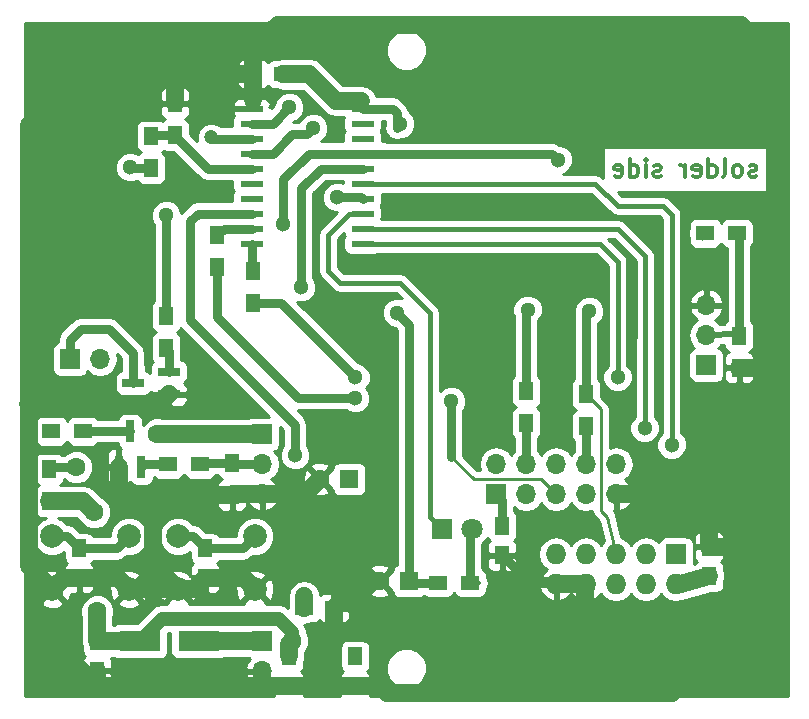
<source format=gbr>
G04 #@! TF.FileFunction,Copper,L2,Bot,Signal*
%FSLAX46Y46*%
G04 Gerber Fmt 4.6, Leading zero omitted, Abs format (unit mm)*
G04 Created by KiCad (PCBNEW 4.0.5) date 09/27/18 14:31:26*
%MOMM*%
%LPD*%
G01*
G04 APERTURE LIST*
%ADD10C,0.100000*%
%ADD11C,0.300000*%
%ADD12R,1.250000X1.500000*%
%ADD13R,1.500000X1.250000*%
%ADD14R,1.600000X1.600000*%
%ADD15C,1.600000*%
%ADD16R,3.500000X1.800000*%
%ADD17R,1.800000X1.800000*%
%ADD18C,1.800000*%
%ADD19R,1.950000X0.600000*%
%ADD20R,1.700000X1.700000*%
%ADD21O,1.700000X1.700000*%
%ADD22R,0.800000X1.900000*%
%ADD23R,1.900000X0.800000*%
%ADD24R,1.300000X1.500000*%
%ADD25R,1.500000X1.300000*%
%ADD26C,2.000000*%
%ADD27R,1.727200X1.727200*%
%ADD28O,1.727200X1.727200*%
%ADD29C,1.300000*%
%ADD30C,1.200000*%
%ADD31C,1.500000*%
%ADD32C,1.200000*%
%ADD33C,0.800000*%
%ADD34C,0.500000*%
%ADD35C,1.000000*%
%ADD36C,0.250000*%
%ADD37C,0.400000*%
%ADD38C,0.254000*%
G04 APERTURE END LIST*
D10*
D11*
X176977714Y-84808143D02*
X176834857Y-84879571D01*
X176549142Y-84879571D01*
X176406285Y-84808143D01*
X176334857Y-84665286D01*
X176334857Y-84593857D01*
X176406285Y-84451000D01*
X176549142Y-84379571D01*
X176763428Y-84379571D01*
X176906285Y-84308143D01*
X176977714Y-84165286D01*
X176977714Y-84093857D01*
X176906285Y-83951000D01*
X176763428Y-83879571D01*
X176549142Y-83879571D01*
X176406285Y-83951000D01*
X175477713Y-84879571D02*
X175620571Y-84808143D01*
X175691999Y-84736714D01*
X175763428Y-84593857D01*
X175763428Y-84165286D01*
X175691999Y-84022429D01*
X175620571Y-83951000D01*
X175477713Y-83879571D01*
X175263428Y-83879571D01*
X175120571Y-83951000D01*
X175049142Y-84022429D01*
X174977713Y-84165286D01*
X174977713Y-84593857D01*
X175049142Y-84736714D01*
X175120571Y-84808143D01*
X175263428Y-84879571D01*
X175477713Y-84879571D01*
X174120570Y-84879571D02*
X174263428Y-84808143D01*
X174334856Y-84665286D01*
X174334856Y-83379571D01*
X172906285Y-84879571D02*
X172906285Y-83379571D01*
X172906285Y-84808143D02*
X173049142Y-84879571D01*
X173334856Y-84879571D01*
X173477714Y-84808143D01*
X173549142Y-84736714D01*
X173620571Y-84593857D01*
X173620571Y-84165286D01*
X173549142Y-84022429D01*
X173477714Y-83951000D01*
X173334856Y-83879571D01*
X173049142Y-83879571D01*
X172906285Y-83951000D01*
X171620571Y-84808143D02*
X171763428Y-84879571D01*
X172049142Y-84879571D01*
X172191999Y-84808143D01*
X172263428Y-84665286D01*
X172263428Y-84093857D01*
X172191999Y-83951000D01*
X172049142Y-83879571D01*
X171763428Y-83879571D01*
X171620571Y-83951000D01*
X171549142Y-84093857D01*
X171549142Y-84236714D01*
X172263428Y-84379571D01*
X170906285Y-84879571D02*
X170906285Y-83879571D01*
X170906285Y-84165286D02*
X170834857Y-84022429D01*
X170763428Y-83951000D01*
X170620571Y-83879571D01*
X170477714Y-83879571D01*
X168906286Y-84808143D02*
X168763429Y-84879571D01*
X168477714Y-84879571D01*
X168334857Y-84808143D01*
X168263429Y-84665286D01*
X168263429Y-84593857D01*
X168334857Y-84451000D01*
X168477714Y-84379571D01*
X168692000Y-84379571D01*
X168834857Y-84308143D01*
X168906286Y-84165286D01*
X168906286Y-84093857D01*
X168834857Y-83951000D01*
X168692000Y-83879571D01*
X168477714Y-83879571D01*
X168334857Y-83951000D01*
X167620571Y-84879571D02*
X167620571Y-83879571D01*
X167620571Y-83379571D02*
X167692000Y-83451000D01*
X167620571Y-83522429D01*
X167549143Y-83451000D01*
X167620571Y-83379571D01*
X167620571Y-83522429D01*
X166263428Y-84879571D02*
X166263428Y-83379571D01*
X166263428Y-84808143D02*
X166406285Y-84879571D01*
X166691999Y-84879571D01*
X166834857Y-84808143D01*
X166906285Y-84736714D01*
X166977714Y-84593857D01*
X166977714Y-84165286D01*
X166906285Y-84022429D01*
X166834857Y-83951000D01*
X166691999Y-83879571D01*
X166406285Y-83879571D01*
X166263428Y-83951000D01*
X164977714Y-84808143D02*
X165120571Y-84879571D01*
X165406285Y-84879571D01*
X165549142Y-84808143D01*
X165620571Y-84665286D01*
X165620571Y-84093857D01*
X165549142Y-83951000D01*
X165406285Y-83879571D01*
X165120571Y-83879571D01*
X164977714Y-83951000D01*
X164906285Y-84093857D01*
X164906285Y-84236714D01*
X165620571Y-84379571D01*
D12*
X137414000Y-125496000D03*
X137414000Y-127996000D03*
D13*
X136886000Y-76200000D03*
X134386000Y-76200000D03*
D12*
X143002000Y-125496000D03*
X143002000Y-127996000D03*
X121158000Y-124226000D03*
X121158000Y-126726000D03*
D13*
X138704000Y-121412000D03*
X141204000Y-121412000D03*
D12*
X172974000Y-118725000D03*
X172974000Y-116225000D03*
X155448000Y-114447000D03*
X155448000Y-116947000D03*
D14*
X147574000Y-119126000D03*
D15*
X145074000Y-119126000D03*
D14*
X142494000Y-110490000D03*
D15*
X139994000Y-110490000D03*
D12*
X119634000Y-116352000D03*
X119634000Y-118852000D03*
X130302000Y-116352000D03*
X130302000Y-118852000D03*
D16*
X124754000Y-124206000D03*
X129754000Y-124206000D03*
D17*
X150368000Y-114681000D03*
D18*
X152908000Y-114681000D03*
D19*
X134238000Y-90551000D03*
X134238000Y-89281000D03*
X134238000Y-88011000D03*
X134238000Y-86741000D03*
X134238000Y-85471000D03*
X134238000Y-84201000D03*
X134238000Y-82931000D03*
X134238000Y-81661000D03*
X134238000Y-80391000D03*
X134238000Y-79121000D03*
X143638000Y-79121000D03*
X143638000Y-80391000D03*
X143638000Y-81661000D03*
X143638000Y-82931000D03*
X143638000Y-84201000D03*
X143638000Y-85471000D03*
X143638000Y-86741000D03*
X143638000Y-88011000D03*
X143638000Y-89281000D03*
X143638000Y-90551000D03*
D20*
X135128000Y-124206000D03*
D21*
X135128000Y-126746000D03*
D20*
X154940000Y-111760000D03*
D21*
X154940000Y-109220000D03*
X157480000Y-111760000D03*
X157480000Y-109220000D03*
X160020000Y-111760000D03*
X160020000Y-109220000D03*
X162560000Y-111760000D03*
X162560000Y-109220000D03*
X165100000Y-111760000D03*
X165100000Y-109220000D03*
D20*
X172720000Y-100832000D03*
D21*
X172720000Y-98292000D03*
X172720000Y-95752000D03*
X135128000Y-111760000D03*
D20*
X135128000Y-106680000D03*
D21*
X135128000Y-109220000D03*
D20*
X118872000Y-100330000D03*
D21*
X121412000Y-100330000D03*
D22*
X124902000Y-109450000D03*
X123002000Y-109450000D03*
X123952000Y-106450000D03*
D23*
X127230000Y-101412000D03*
X127230000Y-103312000D03*
X124230000Y-102362000D03*
D24*
X125730000Y-81454000D03*
X125730000Y-84154000D03*
X127762000Y-78660000D03*
X127762000Y-81360000D03*
X157480000Y-105744000D03*
X157480000Y-103044000D03*
X131318000Y-92536000D03*
X131318000Y-89836000D03*
X134366000Y-95584000D03*
X134366000Y-92884000D03*
D25*
X119968000Y-106426000D03*
X117268000Y-106426000D03*
D24*
X162560000Y-105998000D03*
X162560000Y-103298000D03*
D25*
X175340000Y-89662000D03*
X172640000Y-89662000D03*
X129874000Y-109220000D03*
X127174000Y-109220000D03*
D24*
X127000000Y-99394000D03*
X127000000Y-96694000D03*
X175514000Y-98345000D03*
X175514000Y-101045000D03*
X132588000Y-109140000D03*
X132588000Y-111840000D03*
X117094000Y-112348000D03*
X117094000Y-109648000D03*
D25*
X150034000Y-119253000D03*
X152734000Y-119253000D03*
D26*
X117348000Y-119816000D03*
X117348000Y-115316000D03*
X123848000Y-119816000D03*
X123848000Y-115316000D03*
X128016000Y-119816000D03*
X128016000Y-115316000D03*
X134516000Y-119816000D03*
X134516000Y-115316000D03*
D27*
X170180000Y-116840000D03*
D28*
X170180000Y-119380000D03*
X167640000Y-116840000D03*
X167640000Y-119380000D03*
X165100000Y-116840000D03*
X165100000Y-119380000D03*
X162560000Y-116840000D03*
X162560000Y-119380000D03*
X160020000Y-116840000D03*
X160020000Y-119380000D03*
D15*
X126238000Y-106680000D03*
X137668000Y-124206000D03*
X120904000Y-113284000D03*
X121158000Y-121666000D03*
X177292000Y-95631000D03*
D29*
X140128999Y-125851680D03*
D15*
X144018000Y-127996000D03*
D29*
X146812000Y-80391000D03*
X146558000Y-96393000D03*
X143002000Y-125496000D03*
X138684000Y-120396000D03*
X162814000Y-96266000D03*
X160147000Y-83439000D03*
X136906000Y-88900000D03*
X138430000Y-94234000D03*
X123952000Y-84074000D03*
X137922000Y-108458000D03*
X139446000Y-80772000D03*
X157607000Y-96139000D03*
D30*
X117268000Y-106426000D03*
X130810000Y-81534000D03*
D29*
X137414000Y-78994000D03*
X172466000Y-89662000D03*
X169799000Y-107569000D03*
X141478000Y-86614000D03*
X127000000Y-88138000D03*
X167513000Y-106172000D03*
X165227000Y-101854000D03*
X143002000Y-103632000D03*
X151130002Y-103886000D03*
X143025727Y-101877727D03*
D15*
X119380000Y-109474000D03*
D31*
X126238000Y-106680000D02*
X135128000Y-106680000D01*
D32*
X124754000Y-124206000D02*
X126654001Y-122305999D01*
X126654001Y-122305999D02*
X136529999Y-122305999D01*
X136529999Y-122305999D02*
X137668000Y-123444000D01*
X137668000Y-123444000D02*
X137668000Y-124206000D01*
D31*
X137414000Y-125496000D02*
X137414000Y-124460000D01*
X137414000Y-124460000D02*
X137668000Y-124206000D01*
X120904000Y-113284000D02*
X119968000Y-112348000D01*
X119968000Y-112348000D02*
X117098009Y-112348000D01*
X121158000Y-124226000D02*
X121158000Y-121666000D01*
X124754000Y-124206000D02*
X121178000Y-124206000D01*
X121178000Y-124206000D02*
X121158000Y-124226000D01*
X175514000Y-101045000D02*
X179070000Y-101045000D01*
X179070000Y-101045000D02*
X179070000Y-100965000D01*
X177292000Y-95631000D02*
X177419000Y-95758000D01*
X177419000Y-95758000D02*
X179070000Y-93980000D01*
D33*
X160020000Y-119380000D02*
X157119000Y-118618000D01*
X157119000Y-118618000D02*
X155448000Y-116947000D01*
D31*
X160020000Y-119380000D02*
X162560000Y-119380000D01*
X162560000Y-119380000D02*
X161798000Y-128592001D01*
X161798000Y-128592001D02*
X161798000Y-128016000D01*
X161798000Y-128016000D02*
X161798000Y-128592001D01*
X172974000Y-116225000D02*
X172974000Y-113538000D01*
X171196000Y-111760000D02*
X165100000Y-111760000D01*
X172974000Y-113538000D02*
X171196000Y-111760000D01*
X172974000Y-116225000D02*
X177820000Y-116225000D01*
X179070000Y-117475000D02*
X179070000Y-117650686D01*
X177820000Y-116225000D02*
X179070000Y-117475000D01*
D33*
X134366000Y-78345000D02*
X134366000Y-78740000D01*
X134366000Y-78740000D02*
X134238000Y-78868000D01*
D31*
X134386000Y-76200000D02*
X134386000Y-78325000D01*
X134386000Y-78325000D02*
X134366000Y-78345000D01*
D34*
X134238000Y-79121000D02*
X134238000Y-78868000D01*
D31*
X179070000Y-97988000D02*
X179070000Y-99314000D01*
X179070000Y-99314000D02*
X178990000Y-99394000D01*
X172212000Y-124508686D02*
X179070000Y-117650686D01*
X145723001Y-128592001D02*
X161798000Y-128592001D01*
X161798000Y-128592001D02*
X169857999Y-128592001D01*
X145127000Y-127996000D02*
X145723001Y-128592001D01*
X169857999Y-128592001D02*
X172212000Y-126238000D01*
X172212000Y-126238000D02*
X172212000Y-124508686D01*
X144018000Y-127996000D02*
X145127000Y-127996000D01*
X179070000Y-117650686D02*
X179070000Y-100965000D01*
X179070000Y-100965000D02*
X179070000Y-97988000D01*
X134386000Y-76200000D02*
X134386000Y-74075000D01*
X134386000Y-74075000D02*
X136071000Y-72390000D01*
X136144000Y-72390000D02*
X136466001Y-72067999D01*
X136071000Y-72390000D02*
X136144000Y-72390000D01*
X136466001Y-72067999D02*
X175699999Y-72067999D01*
X175699999Y-72067999D02*
X179070000Y-75438000D01*
X179070000Y-75438000D02*
X179070000Y-93980000D01*
X179070000Y-93980000D02*
X179070000Y-97988000D01*
X127230000Y-103312000D02*
X126402000Y-104140000D01*
X115478000Y-103978000D02*
X115478000Y-103762001D01*
X126402000Y-104140000D02*
X115316000Y-104140000D01*
X115316000Y-104140000D02*
X115478000Y-103978000D01*
X115478000Y-103762001D02*
X115347999Y-103632000D01*
X141204000Y-121412000D02*
X141204000Y-123718000D01*
X141204000Y-123718000D02*
X140716000Y-124206000D01*
X140716000Y-124206000D02*
X140716000Y-125264679D01*
X140716000Y-125264679D02*
X140128999Y-125851680D01*
X130264000Y-112014000D02*
X125730000Y-112014000D01*
X125848001Y-112132001D02*
X125730000Y-112014000D01*
X125730000Y-112014000D02*
X122936000Y-112014000D01*
X128016000Y-119816000D02*
X125848001Y-117648001D01*
X125848001Y-117648001D02*
X125848001Y-112132001D01*
X140128999Y-125851680D02*
X139700000Y-127996000D01*
X143002000Y-127996000D02*
X144018000Y-127996000D01*
X115347999Y-117815999D02*
X115347999Y-103632000D01*
X115347999Y-103632000D02*
X115347999Y-80486001D01*
X132588000Y-111840000D02*
X130438000Y-111840000D01*
X130438000Y-111840000D02*
X130264000Y-112014000D01*
X122936000Y-112014000D02*
X123002000Y-111948000D01*
X123002000Y-111948000D02*
X123002000Y-109450000D01*
X135128000Y-111760000D02*
X132668000Y-111760000D01*
X132668000Y-111760000D02*
X132588000Y-111840000D01*
X139994000Y-110490000D02*
X138724000Y-111760000D01*
X138724000Y-111760000D02*
X135128000Y-111760000D01*
X119634000Y-76200000D02*
X127508000Y-76200000D01*
X127508000Y-76200000D02*
X134386000Y-76200000D01*
X127762000Y-78660000D02*
X127762000Y-76410000D01*
X127762000Y-76410000D02*
X127552000Y-76200000D01*
X127552000Y-76200000D02*
X127508000Y-76200000D01*
X115347999Y-80486001D02*
X119634000Y-76200000D01*
X117348000Y-119816000D02*
X115347999Y-117815999D01*
X172994000Y-116205000D02*
X172974000Y-116225000D01*
X130302000Y-118852000D02*
X133552000Y-118852000D01*
X133552000Y-118852000D02*
X134516000Y-119816000D01*
X128016000Y-119816000D02*
X129338000Y-119816000D01*
X129338000Y-119816000D02*
X130302000Y-118852000D01*
X123848000Y-119816000D02*
X128016000Y-119816000D01*
X119634000Y-118852000D02*
X122884000Y-118852000D01*
X122884000Y-118852000D02*
X123848000Y-119816000D01*
X115861787Y-119888000D02*
X115861787Y-122719787D01*
X115861787Y-122719787D02*
X121158000Y-128016000D01*
X117348000Y-119816000D02*
X115933787Y-119816000D01*
X115933787Y-119816000D02*
X115861787Y-119888000D01*
X119634000Y-118852000D02*
X118312000Y-118852000D01*
X118312000Y-118852000D02*
X117348000Y-119816000D01*
X121158000Y-128016000D02*
X135060081Y-128016000D01*
X135060081Y-128016000D02*
X135128000Y-127948081D01*
X121158000Y-126726000D02*
X121158000Y-128016000D01*
X145074000Y-119126000D02*
X143490000Y-119126000D01*
X143490000Y-119126000D02*
X141204000Y-121412000D01*
X137414000Y-127996000D02*
X139700000Y-127996000D01*
X139700000Y-127996000D02*
X143002000Y-127996000D01*
X135128000Y-127948081D02*
X135175919Y-127996000D01*
X135175919Y-127996000D02*
X137414000Y-127996000D01*
X135128000Y-126746000D02*
X135128000Y-127948081D01*
D33*
X147574000Y-119126000D02*
X147574000Y-97409000D01*
X146685000Y-80264000D02*
X146558006Y-80264000D01*
X146812000Y-80391000D02*
X146685000Y-80264000D01*
X147574000Y-97409000D02*
X146558000Y-96393000D01*
X150034000Y-119253000D02*
X147701000Y-119253000D01*
X147701000Y-119253000D02*
X147574000Y-119126000D01*
X143638000Y-79121000D02*
X146177000Y-79121000D01*
X146558006Y-79502006D02*
X146558006Y-80264000D01*
X146177000Y-79121000D02*
X146558006Y-79502006D01*
X146558006Y-80264000D02*
X146558006Y-80772000D01*
X146519999Y-80733993D02*
X146558006Y-80772000D01*
D31*
X140406000Y-77470000D02*
X141412999Y-78476999D01*
X141412999Y-78476999D02*
X143500999Y-78476999D01*
D35*
X143500999Y-78476999D02*
X143638000Y-78614000D01*
X143638000Y-78614000D02*
X143638000Y-78840999D01*
D31*
X136886000Y-76200000D02*
X139136000Y-76200000D01*
X139136000Y-76200000D02*
X140406000Y-77470000D01*
X172974000Y-118725000D02*
X170287000Y-119487000D01*
X170287000Y-119487000D02*
X170180000Y-119380000D01*
D33*
X155448000Y-114447000D02*
X155448000Y-112268000D01*
X155448000Y-112268000D02*
X154940000Y-111760000D01*
D31*
X138704000Y-121412000D02*
X138704000Y-120416000D01*
X138704000Y-120416000D02*
X138684000Y-120396000D01*
D36*
X165100000Y-116840000D02*
X164338000Y-113665000D01*
X163830000Y-104568000D02*
X162560000Y-103298000D01*
X163830000Y-113157000D02*
X163830000Y-104568000D01*
X164338000Y-113665000D02*
X163830000Y-113157000D01*
D33*
X158930001Y-82984001D02*
X159692001Y-82984001D01*
X158930001Y-82984001D02*
X145466001Y-82984001D01*
X145466001Y-82984001D02*
X145413000Y-82931000D01*
X143638000Y-82931000D02*
X145413000Y-82931000D01*
X162560000Y-96520000D02*
X162560000Y-103298000D01*
X162814000Y-96266000D02*
X162560000Y-96520000D01*
X159692001Y-82984001D02*
X160147000Y-83439000D01*
X143638000Y-82931000D02*
X139065000Y-82931000D01*
X139065000Y-82931000D02*
X136906000Y-85090000D01*
X136906000Y-85090000D02*
X136906000Y-88900000D01*
D36*
X162640000Y-103378000D02*
X162560000Y-103298000D01*
D33*
X119634000Y-116352000D02*
X122812000Y-116352000D01*
X122812000Y-116352000D02*
X123848000Y-115316000D01*
X117348000Y-115316000D02*
X118598000Y-115316000D01*
X118598000Y-115316000D02*
X119634000Y-116352000D01*
X140081000Y-84201000D02*
X138430000Y-85852000D01*
X138430000Y-85852000D02*
X138430000Y-94234000D01*
X143638000Y-84201000D02*
X140081000Y-84201000D01*
X130302000Y-116352000D02*
X133480000Y-116352000D01*
X133480000Y-116352000D02*
X134516000Y-115316000D01*
X128016000Y-115316000D02*
X129266000Y-115316000D01*
X129266000Y-115316000D02*
X130302000Y-116352000D01*
X125730000Y-84154000D02*
X124032000Y-84154000D01*
D34*
X124032000Y-84154000D02*
X123952000Y-84074000D01*
D31*
X129754000Y-124206000D02*
X135128000Y-124206000D01*
D37*
X143638000Y-88011000D02*
X142494000Y-88011000D01*
X149352000Y-113665000D02*
X150368000Y-114681000D01*
X149352000Y-96393000D02*
X149352000Y-113665000D01*
X146812000Y-93853000D02*
X149352000Y-96393000D01*
X141732000Y-93853000D02*
X146812000Y-93853000D01*
X140716000Y-92837000D02*
X141732000Y-93853000D01*
X140716000Y-89789000D02*
X140716000Y-92837000D01*
X142494000Y-88011000D02*
X140716000Y-89789000D01*
D33*
X152734000Y-119253000D02*
X152734000Y-114855000D01*
X152734000Y-114855000D02*
X152908000Y-114681000D01*
D34*
X152734000Y-119253000D02*
X153416000Y-119253000D01*
D33*
X134238000Y-90551000D02*
X134238000Y-92756000D01*
X134238000Y-92756000D02*
X134366000Y-92884000D01*
X134238000Y-89281000D02*
X131873000Y-89281000D01*
X131873000Y-89281000D02*
X131318000Y-89836000D01*
X134238000Y-88011000D02*
X129667000Y-88011000D01*
X129667000Y-88011000D02*
X129032000Y-88646000D01*
X129032000Y-88646000D02*
X129032000Y-97028000D01*
X129032000Y-97028000D02*
X137922000Y-105918000D01*
X137922000Y-105918000D02*
X137922000Y-108458000D01*
X127762000Y-81360000D02*
X125824000Y-81360000D01*
D34*
X125824000Y-81360000D02*
X125730000Y-81454000D01*
D33*
X134238000Y-84201000D02*
X130503000Y-84201000D01*
X130503000Y-84201000D02*
X127762000Y-81460000D01*
D34*
X127762000Y-81460000D02*
X127762000Y-81360000D01*
D33*
X138938000Y-81280000D02*
X139446000Y-80772000D01*
X136017000Y-82931000D02*
X137668000Y-81280000D01*
X137668000Y-81280000D02*
X138938000Y-81280000D01*
X134238000Y-82931000D02*
X136017000Y-82931000D01*
X157480000Y-96266000D02*
X157480000Y-103044000D01*
X157607000Y-96139000D02*
X157480000Y-96266000D01*
X134238000Y-81661000D02*
X130937000Y-81661000D01*
D34*
X130937000Y-81661000D02*
X130810000Y-81534000D01*
D33*
X136017000Y-80391000D02*
X137414000Y-78994000D01*
X134238000Y-80391000D02*
X136017000Y-80391000D01*
D37*
X143638000Y-85471000D02*
X163322000Y-85471000D01*
X163322000Y-85471000D02*
X165227000Y-87376000D01*
X165227000Y-87376000D02*
X169037000Y-87376000D01*
X169037000Y-87376000D02*
X169799000Y-88138000D01*
X169799000Y-88138000D02*
X169799000Y-101219000D01*
X169799000Y-101219000D02*
X169799000Y-107569000D01*
D33*
X141478000Y-86614000D02*
X143511000Y-86614000D01*
X143511000Y-86614000D02*
X143638000Y-86741000D01*
X127000000Y-96694000D02*
X127000000Y-88138000D01*
D37*
X165227000Y-89281000D02*
X143638000Y-89281000D01*
X166751000Y-90805000D02*
X165227000Y-89281000D01*
X167576500Y-91630500D02*
X166751000Y-90805000D01*
X167513000Y-106172000D02*
X167576500Y-91630500D01*
X143638000Y-90551000D02*
X163703000Y-90551000D01*
X165227000Y-92075000D02*
X165227000Y-101854000D01*
X163703000Y-90551000D02*
X165227000Y-92075000D01*
D33*
X157480000Y-105744000D02*
X157480000Y-109220000D01*
D36*
X151130000Y-108585000D02*
X153035000Y-110490000D01*
D33*
X131318000Y-92536000D02*
X131318000Y-96774000D01*
X138176000Y-103632000D02*
X143002000Y-103632000D01*
X131318000Y-96774000D02*
X138176000Y-103632000D01*
X151130002Y-104805238D02*
X151130002Y-103886000D01*
X151130000Y-108585000D02*
X151130002Y-104805238D01*
D36*
X158750000Y-110490000D02*
X160020000Y-111760000D01*
X153035000Y-110490000D02*
X158750000Y-110490000D01*
D33*
X134366000Y-95584000D02*
X136732000Y-95584000D01*
X136732000Y-95584000D02*
X143025727Y-101877727D01*
X162560000Y-105998000D02*
X162560000Y-109220000D01*
D34*
X172709840Y-98313240D02*
X175340000Y-98171000D01*
X175340000Y-98171000D02*
X175514000Y-98345000D01*
D33*
X175514000Y-98345000D02*
X175514000Y-89836000D01*
X175514000Y-89836000D02*
X175340000Y-89662000D01*
X172883840Y-98487240D02*
X172709840Y-98313240D01*
X132588000Y-109140000D02*
X129954000Y-109140000D01*
X129954000Y-109140000D02*
X129874000Y-109220000D01*
X135128000Y-109220000D02*
X132668000Y-109220000D01*
X132668000Y-109220000D02*
X132588000Y-109140000D01*
X122174000Y-97790000D02*
X119762000Y-97790000D01*
X119762000Y-97790000D02*
X118872000Y-98680000D01*
X118872000Y-98680000D02*
X118872000Y-100330000D01*
X124206000Y-99822000D02*
X122174000Y-97790000D01*
X124206000Y-100903998D02*
X124206000Y-99822000D01*
X124230000Y-102362000D02*
X124230000Y-100927998D01*
X124230000Y-100927998D02*
X124206000Y-100903998D01*
X119380000Y-109474000D02*
X117268000Y-109474000D01*
X117268000Y-109474000D02*
X117094000Y-109648000D01*
X127174000Y-109220000D02*
X125132000Y-109220000D01*
X125132000Y-109220000D02*
X124902000Y-109450000D01*
X119968000Y-106426000D02*
X123928000Y-106426000D01*
X123928000Y-106426000D02*
X123952000Y-106450000D01*
X127230000Y-101412000D02*
X127230000Y-99624000D01*
X127230000Y-99624000D02*
X127000000Y-99394000D01*
D38*
G36*
X179630000Y-128830000D02*
X144262000Y-128830000D01*
X144262000Y-128281750D01*
X144103250Y-128123000D01*
X143129000Y-128123000D01*
X143129000Y-128143000D01*
X142875000Y-128143000D01*
X142875000Y-128123000D01*
X141900750Y-128123000D01*
X141742000Y-128281750D01*
X141742000Y-128830000D01*
X138674000Y-128830000D01*
X138674000Y-128281750D01*
X138515250Y-128123000D01*
X137541000Y-128123000D01*
X137541000Y-128143000D01*
X137287000Y-128143000D01*
X137287000Y-128123000D01*
X136312750Y-128123000D01*
X136154000Y-128281750D01*
X136154000Y-128830000D01*
X115010000Y-128830000D01*
X115010000Y-127011750D01*
X119898000Y-127011750D01*
X119898000Y-127602309D01*
X119994673Y-127835698D01*
X120173301Y-128014327D01*
X120406690Y-128111000D01*
X120872250Y-128111000D01*
X121031000Y-127952250D01*
X121031000Y-126853000D01*
X121285000Y-126853000D01*
X121285000Y-127952250D01*
X121443750Y-128111000D01*
X121909310Y-128111000D01*
X122142699Y-128014327D01*
X122321327Y-127835698D01*
X122418000Y-127602309D01*
X122418000Y-127102890D01*
X133686524Y-127102890D01*
X133856355Y-127512924D01*
X134246642Y-127941183D01*
X134771108Y-128187486D01*
X135001000Y-128066819D01*
X135001000Y-126873000D01*
X133807845Y-126873000D01*
X133686524Y-127102890D01*
X122418000Y-127102890D01*
X122418000Y-127011750D01*
X122259250Y-126853000D01*
X121285000Y-126853000D01*
X121031000Y-126853000D01*
X120056750Y-126853000D01*
X119898000Y-127011750D01*
X115010000Y-127011750D01*
X115010000Y-121950187D01*
X119722752Y-121950187D01*
X119773000Y-122071797D01*
X119773000Y-124226000D01*
X119878427Y-124756017D01*
X119885560Y-124766692D01*
X119885560Y-124976000D01*
X119929838Y-125211317D01*
X120068910Y-125427441D01*
X120137006Y-125473969D01*
X119994673Y-125616302D01*
X119898000Y-125849691D01*
X119898000Y-126440250D01*
X120056750Y-126599000D01*
X121031000Y-126599000D01*
X121031000Y-126579000D01*
X121285000Y-126579000D01*
X121285000Y-126599000D01*
X122259250Y-126599000D01*
X122418000Y-126440250D01*
X122418000Y-125849691D01*
X122321327Y-125616302D01*
X122296025Y-125591000D01*
X122589025Y-125591000D01*
X122752110Y-125702431D01*
X123004000Y-125753440D01*
X126504000Y-125753440D01*
X126739317Y-125709162D01*
X126955441Y-125570090D01*
X127100431Y-125357890D01*
X127151440Y-125106000D01*
X127151440Y-123555114D01*
X127165555Y-123540999D01*
X127356560Y-123540999D01*
X127356560Y-125106000D01*
X127400838Y-125341317D01*
X127539910Y-125557441D01*
X127752110Y-125702431D01*
X128004000Y-125753440D01*
X131504000Y-125753440D01*
X131739317Y-125709162D01*
X131922946Y-125591000D01*
X133936203Y-125591000D01*
X134026110Y-125652431D01*
X134134107Y-125674301D01*
X133856355Y-125979076D01*
X133686524Y-126389110D01*
X133807845Y-126619000D01*
X135001000Y-126619000D01*
X135001000Y-126599000D01*
X135255000Y-126599000D01*
X135255000Y-126619000D01*
X135275000Y-126619000D01*
X135275000Y-126873000D01*
X135255000Y-126873000D01*
X135255000Y-128066819D01*
X135484892Y-128187486D01*
X136009358Y-127941183D01*
X136188434Y-127744684D01*
X136312750Y-127869000D01*
X137287000Y-127869000D01*
X137287000Y-127849000D01*
X137541000Y-127849000D01*
X137541000Y-127869000D01*
X138515250Y-127869000D01*
X138674000Y-127710250D01*
X138674000Y-127119691D01*
X138577327Y-126886302D01*
X138436090Y-126745064D01*
X138490441Y-126710090D01*
X138635431Y-126497890D01*
X138686440Y-126246000D01*
X138686440Y-126036692D01*
X138693573Y-126026017D01*
X138748380Y-125750481D01*
X141716777Y-125750481D01*
X141729560Y-125781418D01*
X141729560Y-126246000D01*
X141773838Y-126481317D01*
X141912910Y-126697441D01*
X141981006Y-126743969D01*
X141838673Y-126886302D01*
X141742000Y-127119691D01*
X141742000Y-127710250D01*
X141900750Y-127869000D01*
X142875000Y-127869000D01*
X142875000Y-127849000D01*
X143129000Y-127849000D01*
X143129000Y-127869000D01*
X144103250Y-127869000D01*
X144262000Y-127710250D01*
X144262000Y-127119691D01*
X144165327Y-126886302D01*
X144114625Y-126835599D01*
X145584699Y-126835599D01*
X145848281Y-127473515D01*
X146335918Y-127962004D01*
X146973373Y-128226699D01*
X147663599Y-128227301D01*
X148301515Y-127963719D01*
X148790004Y-127476082D01*
X149054699Y-126838627D01*
X149055301Y-126148401D01*
X148791719Y-125510485D01*
X148304082Y-125021996D01*
X147666627Y-124757301D01*
X146976401Y-124756699D01*
X146338485Y-125020281D01*
X145849996Y-125507918D01*
X145585301Y-126145373D01*
X145584699Y-126835599D01*
X144114625Y-126835599D01*
X144024090Y-126745064D01*
X144078441Y-126710090D01*
X144223431Y-126497890D01*
X144274440Y-126246000D01*
X144274440Y-125782435D01*
X144286777Y-125752724D01*
X144287223Y-125241519D01*
X144274440Y-125210582D01*
X144274440Y-124746000D01*
X144230162Y-124510683D01*
X144091090Y-124294559D01*
X143878890Y-124149569D01*
X143627000Y-124098560D01*
X142377000Y-124098560D01*
X142141683Y-124142838D01*
X141925559Y-124281910D01*
X141780569Y-124494110D01*
X141729560Y-124746000D01*
X141729560Y-125209565D01*
X141717223Y-125239276D01*
X141716777Y-125750481D01*
X138748380Y-125750481D01*
X138799000Y-125496000D01*
X138799000Y-125104599D01*
X138883824Y-125019923D01*
X139102750Y-124492691D01*
X139103248Y-123921813D01*
X138900382Y-123430840D01*
X138808991Y-122971386D01*
X138690703Y-122794355D01*
X138704000Y-122797000D01*
X139234017Y-122691573D01*
X139244692Y-122684440D01*
X139454000Y-122684440D01*
X139689317Y-122640162D01*
X139905441Y-122501090D01*
X139951969Y-122432994D01*
X140094302Y-122575327D01*
X140327691Y-122672000D01*
X140918250Y-122672000D01*
X141077000Y-122513250D01*
X141077000Y-121539000D01*
X141331000Y-121539000D01*
X141331000Y-122513250D01*
X141489750Y-122672000D01*
X142080309Y-122672000D01*
X142313698Y-122575327D01*
X142492327Y-122396699D01*
X142589000Y-122163310D01*
X142589000Y-121697750D01*
X142430250Y-121539000D01*
X141331000Y-121539000D01*
X141077000Y-121539000D01*
X141057000Y-121539000D01*
X141057000Y-121285000D01*
X141077000Y-121285000D01*
X141077000Y-120310750D01*
X141331000Y-120310750D01*
X141331000Y-121285000D01*
X142430250Y-121285000D01*
X142589000Y-121126250D01*
X142589000Y-120660690D01*
X142492327Y-120427301D01*
X142313698Y-120248673D01*
X142080309Y-120152000D01*
X141489750Y-120152000D01*
X141331000Y-120310750D01*
X141077000Y-120310750D01*
X140918250Y-120152000D01*
X140327691Y-120152000D01*
X140094302Y-120248673D01*
X140062118Y-120280857D01*
X140032856Y-120133745D01*
X144245861Y-120133745D01*
X144319995Y-120379864D01*
X144857223Y-120572965D01*
X145427454Y-120545778D01*
X145828005Y-120379864D01*
X145902139Y-120133745D01*
X145074000Y-119305605D01*
X144245861Y-120133745D01*
X140032856Y-120133745D01*
X139983573Y-119885983D01*
X139683343Y-119436657D01*
X139663343Y-119416657D01*
X139214016Y-119116427D01*
X138684000Y-119011000D01*
X138153984Y-119116427D01*
X137704657Y-119416657D01*
X137404427Y-119865984D01*
X137299000Y-120396000D01*
X137319000Y-120496547D01*
X137319000Y-120725569D01*
X137306560Y-120787000D01*
X137306560Y-121368099D01*
X137002613Y-121165008D01*
X136529999Y-121070999D01*
X135451042Y-121070999D01*
X135488927Y-120968532D01*
X134516000Y-119995605D01*
X133543073Y-120968532D01*
X133580958Y-121070999D01*
X128951042Y-121070999D01*
X128988927Y-120968532D01*
X128016000Y-119995605D01*
X127043073Y-120968532D01*
X127080958Y-121070999D01*
X126654001Y-121070999D01*
X126181387Y-121165008D01*
X125780724Y-121432722D01*
X124554886Y-122658560D01*
X123004000Y-122658560D01*
X122768683Y-122702838D01*
X122585054Y-122821000D01*
X122543000Y-122821000D01*
X122543000Y-122072502D01*
X122592750Y-121952691D01*
X122593248Y-121381813D01*
X122422484Y-120968532D01*
X122875073Y-120968532D01*
X122973736Y-121235387D01*
X123583461Y-121461908D01*
X124233460Y-121437856D01*
X124722264Y-121235387D01*
X124820927Y-120968532D01*
X123848000Y-119995605D01*
X122875073Y-120968532D01*
X122422484Y-120968532D01*
X122375243Y-120854200D01*
X121971923Y-120450176D01*
X121444691Y-120231250D01*
X120873813Y-120230752D01*
X120346200Y-120448757D01*
X119942176Y-120852077D01*
X119723250Y-121379309D01*
X119722752Y-121950187D01*
X115010000Y-121950187D01*
X115010000Y-120968532D01*
X116375073Y-120968532D01*
X116473736Y-121235387D01*
X117083461Y-121461908D01*
X117733460Y-121437856D01*
X118222264Y-121235387D01*
X118320927Y-120968532D01*
X117348000Y-119995605D01*
X116375073Y-120968532D01*
X115010000Y-120968532D01*
X115010000Y-119551461D01*
X115702092Y-119551461D01*
X115726144Y-120201460D01*
X115928613Y-120690264D01*
X116195468Y-120788927D01*
X117168395Y-119816000D01*
X116195468Y-118843073D01*
X115928613Y-118941736D01*
X115702092Y-119551461D01*
X115010000Y-119551461D01*
X115010000Y-115639795D01*
X115712716Y-115639795D01*
X115961106Y-116240943D01*
X116420637Y-116701278D01*
X117021352Y-116950716D01*
X117671795Y-116951284D01*
X118272943Y-116702894D01*
X118361560Y-116614432D01*
X118361560Y-117102000D01*
X118405838Y-117337317D01*
X118544910Y-117553441D01*
X118613006Y-117599969D01*
X118470673Y-117742302D01*
X118374000Y-117975691D01*
X118374000Y-118566250D01*
X118396071Y-118588321D01*
X118320926Y-118663466D01*
X118222264Y-118396613D01*
X117612539Y-118170092D01*
X116962540Y-118194144D01*
X116473736Y-118396613D01*
X116375073Y-118663468D01*
X117348000Y-119636395D01*
X117362143Y-119622253D01*
X117541748Y-119801858D01*
X117527605Y-119816000D01*
X118500532Y-120788927D01*
X118767387Y-120690264D01*
X118935781Y-120237000D01*
X119348250Y-120237000D01*
X119507000Y-120078250D01*
X119507000Y-118979000D01*
X119761000Y-118979000D01*
X119761000Y-120078250D01*
X119919750Y-120237000D01*
X120385310Y-120237000D01*
X120618699Y-120140327D01*
X120797327Y-119961698D01*
X120894000Y-119728309D01*
X120894000Y-119551461D01*
X122202092Y-119551461D01*
X122226144Y-120201460D01*
X122428613Y-120690264D01*
X122695468Y-120788927D01*
X123668395Y-119816000D01*
X124027605Y-119816000D01*
X125000532Y-120788927D01*
X125267387Y-120690264D01*
X125493908Y-120080539D01*
X125474331Y-119551461D01*
X126370092Y-119551461D01*
X126394144Y-120201460D01*
X126596613Y-120690264D01*
X126863468Y-120788927D01*
X127836395Y-119816000D01*
X126863468Y-118843073D01*
X126596613Y-118941736D01*
X126370092Y-119551461D01*
X125474331Y-119551461D01*
X125469856Y-119430540D01*
X125267387Y-118941736D01*
X125000532Y-118843073D01*
X124027605Y-119816000D01*
X123668395Y-119816000D01*
X122695468Y-118843073D01*
X122428613Y-118941736D01*
X122202092Y-119551461D01*
X120894000Y-119551461D01*
X120894000Y-119137750D01*
X120735250Y-118979000D01*
X119761000Y-118979000D01*
X119507000Y-118979000D01*
X118782822Y-118979000D01*
X118767387Y-118941736D01*
X118500534Y-118843074D01*
X118614814Y-118728794D01*
X118611020Y-118725000D01*
X119507000Y-118725000D01*
X119507000Y-118705000D01*
X119761000Y-118705000D01*
X119761000Y-118725000D01*
X120735250Y-118725000D01*
X120796782Y-118663468D01*
X122875073Y-118663468D01*
X123848000Y-119636395D01*
X124820927Y-118663468D01*
X124722264Y-118396613D01*
X124112539Y-118170092D01*
X123462540Y-118194144D01*
X122973736Y-118396613D01*
X122875073Y-118663468D01*
X120796782Y-118663468D01*
X120894000Y-118566250D01*
X120894000Y-117975691D01*
X120797327Y-117742302D01*
X120656090Y-117601064D01*
X120710441Y-117566090D01*
X120832808Y-117387000D01*
X122811995Y-117387000D01*
X122812000Y-117387001D01*
X123208077Y-117308215D01*
X123543856Y-117083856D01*
X123676860Y-116950852D01*
X124171795Y-116951284D01*
X124772943Y-116702894D01*
X125233278Y-116243363D01*
X125482716Y-115642648D01*
X125482718Y-115639795D01*
X126380716Y-115639795D01*
X126629106Y-116240943D01*
X127088637Y-116701278D01*
X127689352Y-116950716D01*
X128339795Y-116951284D01*
X128940943Y-116702894D01*
X129029560Y-116614432D01*
X129029560Y-117102000D01*
X129073838Y-117337317D01*
X129212910Y-117553441D01*
X129281006Y-117599969D01*
X129138673Y-117742302D01*
X129042000Y-117975691D01*
X129042000Y-118566250D01*
X129064071Y-118588321D01*
X128988926Y-118663466D01*
X128890264Y-118396613D01*
X128280539Y-118170092D01*
X127630540Y-118194144D01*
X127141736Y-118396613D01*
X127043073Y-118663468D01*
X128016000Y-119636395D01*
X128030143Y-119622253D01*
X128209748Y-119801858D01*
X128195605Y-119816000D01*
X129168532Y-120788927D01*
X129435387Y-120690264D01*
X129603781Y-120237000D01*
X130016250Y-120237000D01*
X130175000Y-120078250D01*
X130175000Y-118979000D01*
X130429000Y-118979000D01*
X130429000Y-120078250D01*
X130587750Y-120237000D01*
X131053310Y-120237000D01*
X131286699Y-120140327D01*
X131465327Y-119961698D01*
X131562000Y-119728309D01*
X131562000Y-119551461D01*
X132870092Y-119551461D01*
X132894144Y-120201460D01*
X133096613Y-120690264D01*
X133363468Y-120788927D01*
X134336395Y-119816000D01*
X134695605Y-119816000D01*
X135668532Y-120788927D01*
X135935387Y-120690264D01*
X136161908Y-120080539D01*
X136137856Y-119430540D01*
X135935387Y-118941736D01*
X135847449Y-118909223D01*
X143627035Y-118909223D01*
X143654222Y-119479454D01*
X143820136Y-119880005D01*
X144066255Y-119954139D01*
X144894395Y-119126000D01*
X144066255Y-118297861D01*
X143820136Y-118371995D01*
X143627035Y-118909223D01*
X135847449Y-118909223D01*
X135668532Y-118843073D01*
X134695605Y-119816000D01*
X134336395Y-119816000D01*
X133363468Y-118843073D01*
X133096613Y-118941736D01*
X132870092Y-119551461D01*
X131562000Y-119551461D01*
X131562000Y-119137750D01*
X131403250Y-118979000D01*
X130429000Y-118979000D01*
X130175000Y-118979000D01*
X129450822Y-118979000D01*
X129435387Y-118941736D01*
X129168534Y-118843074D01*
X129282814Y-118728794D01*
X129279020Y-118725000D01*
X130175000Y-118725000D01*
X130175000Y-118705000D01*
X130429000Y-118705000D01*
X130429000Y-118725000D01*
X131403250Y-118725000D01*
X131464782Y-118663468D01*
X133543073Y-118663468D01*
X134516000Y-119636395D01*
X135488927Y-118663468D01*
X135390264Y-118396613D01*
X134780539Y-118170092D01*
X134130540Y-118194144D01*
X133641736Y-118396613D01*
X133543073Y-118663468D01*
X131464782Y-118663468D01*
X131562000Y-118566250D01*
X131562000Y-118118255D01*
X144245861Y-118118255D01*
X145074000Y-118946395D01*
X145902139Y-118118255D01*
X145828005Y-117872136D01*
X145290777Y-117679035D01*
X144720546Y-117706222D01*
X144319995Y-117872136D01*
X144245861Y-118118255D01*
X131562000Y-118118255D01*
X131562000Y-117975691D01*
X131465327Y-117742302D01*
X131324090Y-117601064D01*
X131378441Y-117566090D01*
X131500808Y-117387000D01*
X133479995Y-117387000D01*
X133480000Y-117387001D01*
X133876077Y-117308215D01*
X134211856Y-117083856D01*
X134344860Y-116950852D01*
X134839795Y-116951284D01*
X135440943Y-116702894D01*
X135901278Y-116243363D01*
X136150716Y-115642648D01*
X136151284Y-114992205D01*
X135902894Y-114391057D01*
X135443363Y-113930722D01*
X134842648Y-113681284D01*
X134192205Y-113680716D01*
X133591057Y-113929106D01*
X133130722Y-114388637D01*
X132881284Y-114989352D01*
X132880998Y-115317000D01*
X131498192Y-115317000D01*
X131391090Y-115150559D01*
X131178890Y-115005569D01*
X130927000Y-114954560D01*
X130368272Y-114954560D01*
X129997856Y-114584144D01*
X129662077Y-114359785D01*
X129299725Y-114287707D01*
X128943363Y-113930722D01*
X128342648Y-113681284D01*
X127692205Y-113680716D01*
X127091057Y-113929106D01*
X126630722Y-114388637D01*
X126381284Y-114989352D01*
X126380716Y-115639795D01*
X125482718Y-115639795D01*
X125483284Y-114992205D01*
X125234894Y-114391057D01*
X124775363Y-113930722D01*
X124174648Y-113681284D01*
X123524205Y-113680716D01*
X122923057Y-113929106D01*
X122462722Y-114388637D01*
X122213284Y-114989352D01*
X122212998Y-115317000D01*
X120830192Y-115317000D01*
X120723090Y-115150559D01*
X120510890Y-115005569D01*
X120259000Y-114954560D01*
X119700272Y-114954560D01*
X119329856Y-114584144D01*
X118994077Y-114359785D01*
X118631725Y-114287707D01*
X118275363Y-113930722D01*
X117802599Y-113734414D01*
X117810113Y-113733000D01*
X119394314Y-113733000D01*
X119637216Y-113975902D01*
X119686757Y-114095800D01*
X120090077Y-114499824D01*
X120617309Y-114718750D01*
X121188187Y-114719248D01*
X121715800Y-114501243D01*
X122119824Y-114097923D01*
X122338750Y-113570691D01*
X122339248Y-112999813D01*
X122121243Y-112472200D01*
X121775397Y-112125750D01*
X131303000Y-112125750D01*
X131303000Y-112716309D01*
X131399673Y-112949698D01*
X131578301Y-113128327D01*
X131811690Y-113225000D01*
X132302250Y-113225000D01*
X132461000Y-113066250D01*
X132461000Y-111967000D01*
X132715000Y-111967000D01*
X132715000Y-113066250D01*
X132873750Y-113225000D01*
X133364310Y-113225000D01*
X133597699Y-113128327D01*
X133776327Y-112949698D01*
X133873000Y-112716309D01*
X133873000Y-112545188D01*
X134246642Y-112955183D01*
X134771108Y-113201486D01*
X135001000Y-113080819D01*
X135001000Y-111887000D01*
X135255000Y-111887000D01*
X135255000Y-113080819D01*
X135484892Y-113201486D01*
X136009358Y-112955183D01*
X136399645Y-112526924D01*
X136569476Y-112116890D01*
X136448155Y-111887000D01*
X135255000Y-111887000D01*
X135001000Y-111887000D01*
X133807845Y-111887000D01*
X133747879Y-112000629D01*
X133714250Y-111967000D01*
X132715000Y-111967000D01*
X132461000Y-111967000D01*
X131461750Y-111967000D01*
X131303000Y-112125750D01*
X121775397Y-112125750D01*
X121717923Y-112068176D01*
X121596402Y-112017716D01*
X120947343Y-111368657D01*
X120760788Y-111244005D01*
X120498017Y-111068427D01*
X119968000Y-110963000D01*
X118038622Y-110963000D01*
X118195441Y-110862090D01*
X118340431Y-110649890D01*
X118368962Y-110509000D01*
X118385568Y-110509000D01*
X118566077Y-110689824D01*
X119093309Y-110908750D01*
X119664187Y-110909248D01*
X120191800Y-110691243D01*
X120595824Y-110287923D01*
X120814750Y-109760691D01*
X120814771Y-109735750D01*
X121967000Y-109735750D01*
X121967000Y-110526309D01*
X122063673Y-110759698D01*
X122242301Y-110938327D01*
X122475690Y-111035000D01*
X122716250Y-111035000D01*
X122875000Y-110876250D01*
X122875000Y-109577000D01*
X122125750Y-109577000D01*
X121967000Y-109735750D01*
X120814771Y-109735750D01*
X120815248Y-109189813D01*
X120597243Y-108662200D01*
X120309237Y-108373691D01*
X121967000Y-108373691D01*
X121967000Y-109164250D01*
X122125750Y-109323000D01*
X122875000Y-109323000D01*
X122875000Y-108023750D01*
X122716250Y-107865000D01*
X122475690Y-107865000D01*
X122242301Y-107961673D01*
X122063673Y-108140302D01*
X121967000Y-108373691D01*
X120309237Y-108373691D01*
X120193923Y-108258176D01*
X119666691Y-108039250D01*
X119095813Y-108038752D01*
X118568200Y-108256757D01*
X118385639Y-108439000D01*
X118197027Y-108439000D01*
X117995890Y-108301569D01*
X117744000Y-108250560D01*
X116444000Y-108250560D01*
X116208683Y-108294838D01*
X115992559Y-108433910D01*
X115847569Y-108646110D01*
X115796560Y-108898000D01*
X115796560Y-110398000D01*
X115840838Y-110633317D01*
X115979910Y-110849441D01*
X116192110Y-110994431D01*
X116205197Y-110997081D01*
X115992559Y-111133910D01*
X115847569Y-111346110D01*
X115796560Y-111598000D01*
X115796560Y-111927961D01*
X115713009Y-112348000D01*
X115796560Y-112768039D01*
X115796560Y-113098000D01*
X115840838Y-113333317D01*
X115979910Y-113549441D01*
X116192110Y-113694431D01*
X116444000Y-113745440D01*
X116867561Y-113745440D01*
X116423057Y-113929106D01*
X115962722Y-114388637D01*
X115713284Y-114989352D01*
X115712716Y-115639795D01*
X115010000Y-115639795D01*
X115010000Y-105776000D01*
X115870560Y-105776000D01*
X115870560Y-107076000D01*
X115914838Y-107311317D01*
X116053910Y-107527441D01*
X116266110Y-107672431D01*
X116518000Y-107723440D01*
X118018000Y-107723440D01*
X118253317Y-107679162D01*
X118469441Y-107540090D01*
X118614431Y-107327890D01*
X118617081Y-107314803D01*
X118753910Y-107527441D01*
X118966110Y-107672431D01*
X119218000Y-107723440D01*
X120718000Y-107723440D01*
X120953317Y-107679162D01*
X121169441Y-107540090D01*
X121223481Y-107461000D01*
X122916038Y-107461000D01*
X122948838Y-107635317D01*
X123087910Y-107851441D01*
X123214686Y-107938064D01*
X123129000Y-108023750D01*
X123129000Y-109323000D01*
X123149000Y-109323000D01*
X123149000Y-109577000D01*
X123129000Y-109577000D01*
X123129000Y-110876250D01*
X123287750Y-111035000D01*
X123528310Y-111035000D01*
X123761699Y-110938327D01*
X123940327Y-110759698D01*
X123955423Y-110723253D01*
X124037910Y-110851441D01*
X124250110Y-110996431D01*
X124502000Y-111047440D01*
X125302000Y-111047440D01*
X125537317Y-111003162D01*
X125753441Y-110864090D01*
X125898431Y-110651890D01*
X125949440Y-110400000D01*
X125949440Y-110305170D01*
X125959910Y-110321441D01*
X126172110Y-110466431D01*
X126424000Y-110517440D01*
X127924000Y-110517440D01*
X128159317Y-110473162D01*
X128375441Y-110334090D01*
X128520431Y-110121890D01*
X128523081Y-110108803D01*
X128659910Y-110321441D01*
X128872110Y-110466431D01*
X129124000Y-110517440D01*
X130624000Y-110517440D01*
X130859317Y-110473162D01*
X131075441Y-110334090D01*
X131184143Y-110175000D01*
X131366808Y-110175000D01*
X131473910Y-110341441D01*
X131686110Y-110486431D01*
X131719490Y-110493191D01*
X131578301Y-110551673D01*
X131399673Y-110730302D01*
X131303000Y-110963691D01*
X131303000Y-111554250D01*
X131461750Y-111713000D01*
X132461000Y-111713000D01*
X132461000Y-111693000D01*
X132715000Y-111693000D01*
X132715000Y-111713000D01*
X133714250Y-111713000D01*
X133803149Y-111624101D01*
X133807845Y-111633000D01*
X135001000Y-111633000D01*
X135001000Y-111613000D01*
X135255000Y-111613000D01*
X135255000Y-111633000D01*
X136448155Y-111633000D01*
X136519533Y-111497745D01*
X139165861Y-111497745D01*
X139239995Y-111743864D01*
X139777223Y-111936965D01*
X140347454Y-111909778D01*
X140748005Y-111743864D01*
X140822139Y-111497745D01*
X139994000Y-110669605D01*
X139165861Y-111497745D01*
X136519533Y-111497745D01*
X136569476Y-111403110D01*
X136399645Y-110993076D01*
X136009358Y-110564817D01*
X135866447Y-110497702D01*
X136202404Y-110273223D01*
X138547035Y-110273223D01*
X138574222Y-110843454D01*
X138740136Y-111244005D01*
X138986255Y-111318139D01*
X139814395Y-110490000D01*
X140173605Y-110490000D01*
X141001745Y-111318139D01*
X141049167Y-111303855D01*
X141090838Y-111525317D01*
X141229910Y-111741441D01*
X141442110Y-111886431D01*
X141694000Y-111937440D01*
X143294000Y-111937440D01*
X143529317Y-111893162D01*
X143745441Y-111754090D01*
X143890431Y-111541890D01*
X143941440Y-111290000D01*
X143941440Y-109690000D01*
X143897162Y-109454683D01*
X143758090Y-109238559D01*
X143545890Y-109093569D01*
X143294000Y-109042560D01*
X141694000Y-109042560D01*
X141458683Y-109086838D01*
X141242559Y-109225910D01*
X141097569Y-109438110D01*
X141049354Y-109676201D01*
X141001745Y-109661861D01*
X140173605Y-110490000D01*
X139814395Y-110490000D01*
X138986255Y-109661861D01*
X138740136Y-109735995D01*
X138547035Y-110273223D01*
X136202404Y-110273223D01*
X136207147Y-110270054D01*
X136529054Y-109788285D01*
X136642093Y-109220000D01*
X136529054Y-108651715D01*
X136207147Y-108169946D01*
X136165548Y-108142150D01*
X136213317Y-108133162D01*
X136429441Y-107994090D01*
X136574431Y-107781890D01*
X136625440Y-107530000D01*
X136625440Y-106085151D01*
X136887000Y-106346711D01*
X136887000Y-107675514D01*
X136833265Y-107729155D01*
X136637223Y-108201276D01*
X136636777Y-108712481D01*
X136831995Y-109184943D01*
X137193155Y-109546735D01*
X137665276Y-109742777D01*
X138176481Y-109743223D01*
X138648943Y-109548005D01*
X138714808Y-109482255D01*
X139165861Y-109482255D01*
X139994000Y-110310395D01*
X140822139Y-109482255D01*
X140748005Y-109236136D01*
X140210777Y-109043035D01*
X139640546Y-109070222D01*
X139239995Y-109236136D01*
X139165861Y-109482255D01*
X138714808Y-109482255D01*
X139010735Y-109186845D01*
X139206777Y-108714724D01*
X139207223Y-108203519D01*
X139012005Y-107731057D01*
X138957000Y-107675956D01*
X138957000Y-105918005D01*
X138957001Y-105918000D01*
X138878215Y-105521923D01*
X138797034Y-105400427D01*
X138653856Y-105186144D01*
X138653853Y-105186142D01*
X138124460Y-104656749D01*
X138176000Y-104667001D01*
X138176005Y-104667000D01*
X142219514Y-104667000D01*
X142273155Y-104720735D01*
X142745276Y-104916777D01*
X143256481Y-104917223D01*
X143728943Y-104722005D01*
X144090735Y-104360845D01*
X144286777Y-103888724D01*
X144287223Y-103377519D01*
X144092005Y-102905057D01*
X143953972Y-102766782D01*
X144114462Y-102606572D01*
X144310504Y-102134451D01*
X144310950Y-101623246D01*
X144115732Y-101150784D01*
X143754572Y-100788992D01*
X143282451Y-100592950D01*
X143204593Y-100592882D01*
X138100106Y-95488394D01*
X138173276Y-95518777D01*
X138684481Y-95519223D01*
X139156943Y-95324005D01*
X139518735Y-94962845D01*
X139714777Y-94490724D01*
X139715223Y-93979519D01*
X139520005Y-93507057D01*
X139465000Y-93451956D01*
X139465000Y-86280712D01*
X140509711Y-85236000D01*
X142015560Y-85236000D01*
X142015560Y-85445836D01*
X141734724Y-85329223D01*
X141223519Y-85328777D01*
X140751057Y-85523995D01*
X140389265Y-85885155D01*
X140193223Y-86357276D01*
X140192777Y-86868481D01*
X140387995Y-87340943D01*
X140749155Y-87702735D01*
X141221276Y-87898777D01*
X141425177Y-87898955D01*
X140125566Y-89198566D01*
X139944561Y-89469459D01*
X139881000Y-89789000D01*
X139881000Y-92837000D01*
X139944561Y-93156541D01*
X140031063Y-93286000D01*
X140125566Y-93427434D01*
X141141566Y-94443434D01*
X141412459Y-94624439D01*
X141732000Y-94688000D01*
X146466132Y-94688000D01*
X146937220Y-95159088D01*
X146814724Y-95108223D01*
X146303519Y-95107777D01*
X145831057Y-95302995D01*
X145469265Y-95664155D01*
X145273223Y-96136276D01*
X145272777Y-96647481D01*
X145467995Y-97119943D01*
X145829155Y-97481735D01*
X146301276Y-97677777D01*
X146379133Y-97677845D01*
X146539000Y-97837712D01*
X146539000Y-117722778D01*
X146538683Y-117722838D01*
X146322559Y-117861910D01*
X146177569Y-118074110D01*
X146129354Y-118312201D01*
X146081745Y-118297861D01*
X145253605Y-119126000D01*
X146081745Y-119954139D01*
X146129167Y-119939855D01*
X146170838Y-120161317D01*
X146309910Y-120377441D01*
X146522110Y-120522431D01*
X146774000Y-120573440D01*
X148374000Y-120573440D01*
X148609317Y-120529162D01*
X148825441Y-120390090D01*
X148840286Y-120368363D01*
X149032110Y-120499431D01*
X149284000Y-120550440D01*
X150784000Y-120550440D01*
X151019317Y-120506162D01*
X151235441Y-120367090D01*
X151380431Y-120154890D01*
X151383081Y-120141803D01*
X151519910Y-120354441D01*
X151732110Y-120499431D01*
X151984000Y-120550440D01*
X153484000Y-120550440D01*
X153719317Y-120506162D01*
X153935441Y-120367090D01*
X154080431Y-120154890D01*
X154131440Y-119903000D01*
X154131440Y-119744619D01*
X154135177Y-119739026D01*
X158565042Y-119739026D01*
X158737312Y-120154947D01*
X159131510Y-120586821D01*
X159660973Y-120834968D01*
X159893000Y-120714469D01*
X159893000Y-119507000D01*
X160147000Y-119507000D01*
X160147000Y-120714469D01*
X160379027Y-120834968D01*
X160908490Y-120586821D01*
X161290000Y-120168848D01*
X161671510Y-120586821D01*
X162200973Y-120834968D01*
X162433000Y-120714469D01*
X162433000Y-119507000D01*
X160147000Y-119507000D01*
X159893000Y-119507000D01*
X158686183Y-119507000D01*
X158565042Y-119739026D01*
X154135177Y-119739026D01*
X154233633Y-119591675D01*
X154301000Y-119253000D01*
X154233633Y-118914325D01*
X154131440Y-118761381D01*
X154131440Y-118603000D01*
X154087162Y-118367683D01*
X153948090Y-118151559D01*
X153769000Y-118029192D01*
X153769000Y-117232750D01*
X154188000Y-117232750D01*
X154188000Y-117823309D01*
X154284673Y-118056698D01*
X154463301Y-118235327D01*
X154696690Y-118332000D01*
X155162250Y-118332000D01*
X155321000Y-118173250D01*
X155321000Y-117074000D01*
X155575000Y-117074000D01*
X155575000Y-118173250D01*
X155733750Y-118332000D01*
X156199310Y-118332000D01*
X156432699Y-118235327D01*
X156611327Y-118056698D01*
X156708000Y-117823309D01*
X156708000Y-117232750D01*
X156549250Y-117074000D01*
X155575000Y-117074000D01*
X155321000Y-117074000D01*
X154346750Y-117074000D01*
X154188000Y-117232750D01*
X153769000Y-117232750D01*
X153769000Y-115986114D01*
X153776371Y-115983068D01*
X154208551Y-115551643D01*
X154243093Y-115468456D01*
X154358910Y-115648441D01*
X154427006Y-115694969D01*
X154284673Y-115837302D01*
X154188000Y-116070691D01*
X154188000Y-116661250D01*
X154346750Y-116820000D01*
X155321000Y-116820000D01*
X155321000Y-116800000D01*
X155575000Y-116800000D01*
X155575000Y-116820000D01*
X156549250Y-116820000D01*
X156708000Y-116661250D01*
X156708000Y-116070691D01*
X156611327Y-115837302D01*
X156470090Y-115696064D01*
X156524441Y-115661090D01*
X156669431Y-115448890D01*
X156720440Y-115197000D01*
X156720440Y-113697000D01*
X156676162Y-113461683D01*
X156537090Y-113245559D01*
X156483000Y-113208601D01*
X156483000Y-112874596D01*
X156911715Y-113161054D01*
X157480000Y-113274093D01*
X158048285Y-113161054D01*
X158530054Y-112839147D01*
X158750000Y-112509974D01*
X158969946Y-112839147D01*
X159451715Y-113161054D01*
X160020000Y-113274093D01*
X160588285Y-113161054D01*
X161070054Y-112839147D01*
X161290000Y-112509974D01*
X161509946Y-112839147D01*
X161991715Y-113161054D01*
X162560000Y-113274093D01*
X163072994Y-113172052D01*
X163127852Y-113447839D01*
X163292599Y-113694401D01*
X163649015Y-114050817D01*
X164056756Y-115749738D01*
X164010971Y-115780330D01*
X163830000Y-116051172D01*
X163649029Y-115780330D01*
X163162848Y-115455474D01*
X162589359Y-115341400D01*
X162530641Y-115341400D01*
X161957152Y-115455474D01*
X161470971Y-115780330D01*
X161290000Y-116051172D01*
X161109029Y-115780330D01*
X160622848Y-115455474D01*
X160049359Y-115341400D01*
X159990641Y-115341400D01*
X159417152Y-115455474D01*
X158930971Y-115780330D01*
X158606115Y-116266511D01*
X158492041Y-116840000D01*
X158606115Y-117413489D01*
X158930971Y-117899670D01*
X159254228Y-118115664D01*
X159131510Y-118173179D01*
X158737312Y-118605053D01*
X158565042Y-119020974D01*
X158686183Y-119253000D01*
X159893000Y-119253000D01*
X159893000Y-119233000D01*
X160147000Y-119233000D01*
X160147000Y-119253000D01*
X162433000Y-119253000D01*
X162433000Y-119233000D01*
X162687000Y-119233000D01*
X162687000Y-119253000D01*
X162707000Y-119253000D01*
X162707000Y-119507000D01*
X162687000Y-119507000D01*
X162687000Y-120714469D01*
X162919027Y-120834968D01*
X163448490Y-120586821D01*
X163830008Y-120168839D01*
X164010971Y-120439670D01*
X164497152Y-120764526D01*
X165070641Y-120878600D01*
X165129359Y-120878600D01*
X165702848Y-120764526D01*
X166189029Y-120439670D01*
X166370000Y-120168828D01*
X166550971Y-120439670D01*
X167037152Y-120764526D01*
X167610641Y-120878600D01*
X167669359Y-120878600D01*
X168242848Y-120764526D01*
X168729029Y-120439670D01*
X168910000Y-120168828D01*
X169090971Y-120439670D01*
X169577152Y-120764526D01*
X170150641Y-120878600D01*
X170209359Y-120878600D01*
X170264770Y-120867578D01*
X170287000Y-120872000D01*
X170474402Y-120834723D01*
X170664868Y-120819457D01*
X173122722Y-120122440D01*
X173599000Y-120122440D01*
X173834317Y-120078162D01*
X174050441Y-119939090D01*
X174195431Y-119726890D01*
X174246440Y-119475000D01*
X174246440Y-119204970D01*
X174349634Y-118885805D01*
X174306457Y-118347132D01*
X174246440Y-118229761D01*
X174246440Y-117975000D01*
X174202162Y-117739683D01*
X174063090Y-117523559D01*
X173994994Y-117477031D01*
X174137327Y-117334698D01*
X174234000Y-117101309D01*
X174234000Y-116510750D01*
X174075250Y-116352000D01*
X173101000Y-116352000D01*
X173101000Y-116372000D01*
X172847000Y-116372000D01*
X172847000Y-116352000D01*
X171872750Y-116352000D01*
X171714000Y-116510750D01*
X171714000Y-117101309D01*
X171810673Y-117334698D01*
X171951910Y-117475936D01*
X171897559Y-117510910D01*
X171829981Y-117609814D01*
X171691040Y-117649216D01*
X171691040Y-115976400D01*
X171646762Y-115741083D01*
X171507690Y-115524959D01*
X171295490Y-115379969D01*
X171141035Y-115348691D01*
X171714000Y-115348691D01*
X171714000Y-115939250D01*
X171872750Y-116098000D01*
X172847000Y-116098000D01*
X172847000Y-114998750D01*
X173101000Y-114998750D01*
X173101000Y-116098000D01*
X174075250Y-116098000D01*
X174234000Y-115939250D01*
X174234000Y-115348691D01*
X174137327Y-115115302D01*
X173958699Y-114936673D01*
X173725310Y-114840000D01*
X173259750Y-114840000D01*
X173101000Y-114998750D01*
X172847000Y-114998750D01*
X172688250Y-114840000D01*
X172222690Y-114840000D01*
X171989301Y-114936673D01*
X171810673Y-115115302D01*
X171714000Y-115348691D01*
X171141035Y-115348691D01*
X171043600Y-115328960D01*
X169316400Y-115328960D01*
X169081083Y-115373238D01*
X168864959Y-115512310D01*
X168719969Y-115724510D01*
X168711092Y-115768345D01*
X168242848Y-115455474D01*
X167669359Y-115341400D01*
X167610641Y-115341400D01*
X167037152Y-115455474D01*
X166550971Y-115780330D01*
X166370000Y-116051172D01*
X166189029Y-115780330D01*
X165702848Y-115455474D01*
X165541597Y-115423399D01*
X165077014Y-113487637D01*
X165051866Y-113433077D01*
X165040147Y-113374160D01*
X164990383Y-113299683D01*
X164952886Y-113218329D01*
X164908775Y-113177547D01*
X164877408Y-113130602D01*
X164973000Y-113080155D01*
X164973000Y-111887000D01*
X165227000Y-111887000D01*
X165227000Y-113080155D01*
X165456890Y-113201476D01*
X165866924Y-113031645D01*
X166295183Y-112641358D01*
X166541486Y-112116892D01*
X166420819Y-111887000D01*
X165227000Y-111887000D01*
X164973000Y-111887000D01*
X164953000Y-111887000D01*
X164953000Y-111633000D01*
X164973000Y-111633000D01*
X164973000Y-111613000D01*
X165227000Y-111613000D01*
X165227000Y-111633000D01*
X166420819Y-111633000D01*
X166541486Y-111403108D01*
X166295183Y-110878642D01*
X165866924Y-110488355D01*
X165866899Y-110488345D01*
X166150054Y-110299147D01*
X166471961Y-109817378D01*
X166585000Y-109249093D01*
X166585000Y-109190907D01*
X166471961Y-108622622D01*
X166150054Y-108140853D01*
X165668285Y-107818946D01*
X165100000Y-107705907D01*
X164590000Y-107807352D01*
X164590000Y-104568000D01*
X164576363Y-104499441D01*
X164532148Y-104277160D01*
X164367401Y-104030599D01*
X163857440Y-103520638D01*
X163857440Y-102548000D01*
X163813162Y-102312683D01*
X163674090Y-102096559D01*
X163595000Y-102042519D01*
X163595000Y-97302042D01*
X163902735Y-96994845D01*
X164098777Y-96522724D01*
X164099223Y-96011519D01*
X163904005Y-95539057D01*
X163542845Y-95177265D01*
X163070724Y-94981223D01*
X162559519Y-94980777D01*
X162087057Y-95175995D01*
X161725265Y-95537155D01*
X161529223Y-96009276D01*
X161528794Y-96500921D01*
X161524999Y-96520000D01*
X161525000Y-96520005D01*
X161525000Y-102041156D01*
X161458559Y-102083910D01*
X161313569Y-102296110D01*
X161262560Y-102548000D01*
X161262560Y-104048000D01*
X161306838Y-104283317D01*
X161445910Y-104499441D01*
X161658110Y-104644431D01*
X161671197Y-104647081D01*
X161458559Y-104783910D01*
X161313569Y-104996110D01*
X161262560Y-105248000D01*
X161262560Y-106748000D01*
X161306838Y-106983317D01*
X161445910Y-107199441D01*
X161525000Y-107253481D01*
X161525000Y-108130794D01*
X161509946Y-108140853D01*
X161290000Y-108470026D01*
X161070054Y-108140853D01*
X160588285Y-107818946D01*
X160020000Y-107705907D01*
X159451715Y-107818946D01*
X158969946Y-108140853D01*
X158750000Y-108470026D01*
X158530054Y-108140853D01*
X158515000Y-108130794D01*
X158515000Y-107000844D01*
X158581441Y-106958090D01*
X158726431Y-106745890D01*
X158777440Y-106494000D01*
X158777440Y-104994000D01*
X158733162Y-104758683D01*
X158594090Y-104542559D01*
X158381890Y-104397569D01*
X158368803Y-104394919D01*
X158581441Y-104258090D01*
X158726431Y-104045890D01*
X158777440Y-103794000D01*
X158777440Y-102294000D01*
X158733162Y-102058683D01*
X158594090Y-101842559D01*
X158515000Y-101788519D01*
X158515000Y-97048264D01*
X158695735Y-96867845D01*
X158891777Y-96395724D01*
X158892223Y-95884519D01*
X158697005Y-95412057D01*
X158335845Y-95050265D01*
X157863724Y-94854223D01*
X157352519Y-94853777D01*
X156880057Y-95048995D01*
X156518265Y-95410155D01*
X156322223Y-95882276D01*
X156321777Y-96393481D01*
X156445000Y-96691702D01*
X156445000Y-101787156D01*
X156378559Y-101829910D01*
X156233569Y-102042110D01*
X156182560Y-102294000D01*
X156182560Y-103794000D01*
X156226838Y-104029317D01*
X156365910Y-104245441D01*
X156578110Y-104390431D01*
X156591197Y-104393081D01*
X156378559Y-104529910D01*
X156233569Y-104742110D01*
X156182560Y-104994000D01*
X156182560Y-106494000D01*
X156226838Y-106729317D01*
X156365910Y-106945441D01*
X156445000Y-106999481D01*
X156445000Y-108130794D01*
X156429946Y-108140853D01*
X156210000Y-108470026D01*
X155990054Y-108140853D01*
X155508285Y-107818946D01*
X154940000Y-107705907D01*
X154371715Y-107818946D01*
X153889946Y-108140853D01*
X153568039Y-108622622D01*
X153455000Y-109190907D01*
X153455000Y-109249093D01*
X153550658Y-109730000D01*
X153349802Y-109730000D01*
X152165000Y-108545198D01*
X152165002Y-104805239D01*
X152165002Y-104668486D01*
X152218737Y-104614845D01*
X152414779Y-104142724D01*
X152415225Y-103631519D01*
X152220007Y-103159057D01*
X151858847Y-102797265D01*
X151386726Y-102601223D01*
X150875521Y-102600777D01*
X150403059Y-102795995D01*
X150187000Y-103011677D01*
X150187000Y-96393000D01*
X150123439Y-96073459D01*
X149942434Y-95802566D01*
X147402434Y-93262566D01*
X147243756Y-93156541D01*
X147131541Y-93081561D01*
X146812000Y-93018000D01*
X142077868Y-93018000D01*
X141551000Y-92491132D01*
X141551000Y-90134868D01*
X142029703Y-89656165D01*
X142059838Y-89816317D01*
X142123678Y-89915528D01*
X142066569Y-89999110D01*
X142015560Y-90251000D01*
X142015560Y-90851000D01*
X142059838Y-91086317D01*
X142198910Y-91302441D01*
X142411110Y-91447431D01*
X142663000Y-91498440D01*
X144613000Y-91498440D01*
X144848317Y-91454162D01*
X144954244Y-91386000D01*
X163357132Y-91386000D01*
X164392000Y-92420868D01*
X164392000Y-100871863D01*
X164138265Y-101125155D01*
X163942223Y-101597276D01*
X163941777Y-102108481D01*
X164136995Y-102580943D01*
X164498155Y-102942735D01*
X164970276Y-103138777D01*
X165481481Y-103139223D01*
X165953943Y-102944005D01*
X166315735Y-102582845D01*
X166511777Y-102110724D01*
X166512223Y-101599519D01*
X166317005Y-101127057D01*
X166062000Y-100871606D01*
X166062000Y-92075000D01*
X165998439Y-91755459D01*
X165817434Y-91484566D01*
X164448868Y-90116000D01*
X164881132Y-90116000D01*
X166739988Y-91974856D01*
X166682300Y-105185571D01*
X166424265Y-105443155D01*
X166228223Y-105915276D01*
X166227777Y-106426481D01*
X166422995Y-106898943D01*
X166784155Y-107260735D01*
X167256276Y-107456777D01*
X167767481Y-107457223D01*
X168239943Y-107262005D01*
X168601735Y-106900845D01*
X168797777Y-106428724D01*
X168798223Y-105917519D01*
X168603005Y-105445057D01*
X168352279Y-105193892D01*
X168411492Y-91634146D01*
X168411138Y-91632322D01*
X168411500Y-91630500D01*
X168380076Y-91472521D01*
X168349327Y-91314330D01*
X168348301Y-91312780D01*
X168347939Y-91310960D01*
X168258506Y-91177114D01*
X168169507Y-91042650D01*
X168167966Y-91041611D01*
X168166934Y-91040066D01*
X165817434Y-88690566D01*
X165750016Y-88645519D01*
X165546541Y-88509561D01*
X165227000Y-88446000D01*
X145233102Y-88446000D01*
X145260440Y-88311000D01*
X145260440Y-87711000D01*
X145216162Y-87475683D01*
X145152322Y-87376472D01*
X145209431Y-87292890D01*
X145260440Y-87041000D01*
X145260440Y-86441000D01*
X145235038Y-86306000D01*
X162976132Y-86306000D01*
X164636566Y-87966434D01*
X164907459Y-88147439D01*
X165227000Y-88211000D01*
X168691132Y-88211000D01*
X168964000Y-88483868D01*
X168964000Y-106586863D01*
X168710265Y-106840155D01*
X168514223Y-107312276D01*
X168513777Y-107823481D01*
X168708995Y-108295943D01*
X169070155Y-108657735D01*
X169542276Y-108853777D01*
X170053481Y-108854223D01*
X170525943Y-108659005D01*
X170887735Y-108297845D01*
X171083777Y-107825724D01*
X171084223Y-107314519D01*
X170889005Y-106842057D01*
X170634000Y-106586606D01*
X170634000Y-95395110D01*
X171278524Y-95395110D01*
X171399845Y-95625000D01*
X172593000Y-95625000D01*
X172593000Y-94431181D01*
X172847000Y-94431181D01*
X172847000Y-95625000D01*
X174040155Y-95625000D01*
X174161476Y-95395110D01*
X173991645Y-94985076D01*
X173601358Y-94556817D01*
X173076892Y-94310514D01*
X172847000Y-94431181D01*
X172593000Y-94431181D01*
X172363108Y-94310514D01*
X171838642Y-94556817D01*
X171448355Y-94985076D01*
X171278524Y-95395110D01*
X170634000Y-95395110D01*
X170634000Y-89916481D01*
X171180777Y-89916481D01*
X171242560Y-90066007D01*
X171242560Y-90312000D01*
X171286838Y-90547317D01*
X171425910Y-90763441D01*
X171638110Y-90908431D01*
X171890000Y-90959440D01*
X173390000Y-90959440D01*
X173625317Y-90915162D01*
X173841441Y-90776090D01*
X173986431Y-90563890D01*
X173989081Y-90550803D01*
X174125910Y-90763441D01*
X174338110Y-90908431D01*
X174479000Y-90936962D01*
X174479000Y-97088156D01*
X174412559Y-97130910D01*
X174267857Y-97342688D01*
X173880459Y-97363639D01*
X173799147Y-97241946D01*
X173458447Y-97014298D01*
X173601358Y-96947183D01*
X173991645Y-96518924D01*
X174161476Y-96108890D01*
X174040155Y-95879000D01*
X172847000Y-95879000D01*
X172847000Y-95899000D01*
X172593000Y-95899000D01*
X172593000Y-95879000D01*
X171399845Y-95879000D01*
X171278524Y-96108890D01*
X171448355Y-96518924D01*
X171838642Y-96947183D01*
X171981553Y-97014298D01*
X171640853Y-97241946D01*
X171318946Y-97723715D01*
X171205907Y-98292000D01*
X171318946Y-98860285D01*
X171640853Y-99342054D01*
X171682452Y-99369850D01*
X171634683Y-99378838D01*
X171418559Y-99517910D01*
X171273569Y-99730110D01*
X171222560Y-99982000D01*
X171222560Y-101682000D01*
X171266838Y-101917317D01*
X171405910Y-102133441D01*
X171618110Y-102278431D01*
X171870000Y-102329440D01*
X173570000Y-102329440D01*
X173805317Y-102285162D01*
X174021441Y-102146090D01*
X174166431Y-101933890D01*
X174217440Y-101682000D01*
X174217440Y-101330750D01*
X174229000Y-101330750D01*
X174229000Y-101921309D01*
X174325673Y-102154698D01*
X174504301Y-102333327D01*
X174737690Y-102430000D01*
X175228250Y-102430000D01*
X175387000Y-102271250D01*
X175387000Y-101172000D01*
X175641000Y-101172000D01*
X175641000Y-102271250D01*
X175799750Y-102430000D01*
X176290310Y-102430000D01*
X176523699Y-102333327D01*
X176702327Y-102154698D01*
X176799000Y-101921309D01*
X176799000Y-101330750D01*
X176640250Y-101172000D01*
X175641000Y-101172000D01*
X175387000Y-101172000D01*
X174387750Y-101172000D01*
X174229000Y-101330750D01*
X174217440Y-101330750D01*
X174217440Y-99982000D01*
X174173162Y-99746683D01*
X174034090Y-99530559D01*
X173821890Y-99385569D01*
X173754459Y-99371914D01*
X173799147Y-99342054D01*
X173938784Y-99133072D01*
X174220853Y-99117817D01*
X174260838Y-99330317D01*
X174399910Y-99546441D01*
X174612110Y-99691431D01*
X174645490Y-99698191D01*
X174504301Y-99756673D01*
X174325673Y-99935302D01*
X174229000Y-100168691D01*
X174229000Y-100759250D01*
X174387750Y-100918000D01*
X175387000Y-100918000D01*
X175387000Y-100898000D01*
X175641000Y-100898000D01*
X175641000Y-100918000D01*
X176640250Y-100918000D01*
X176799000Y-100759250D01*
X176799000Y-100168691D01*
X176702327Y-99935302D01*
X176523699Y-99756673D01*
X176387713Y-99700346D01*
X176399317Y-99698162D01*
X176615441Y-99559090D01*
X176760431Y-99346890D01*
X176811440Y-99095000D01*
X176811440Y-97595000D01*
X176767162Y-97359683D01*
X176628090Y-97143559D01*
X176549000Y-97089519D01*
X176549000Y-90765027D01*
X176686431Y-90563890D01*
X176737440Y-90312000D01*
X176737440Y-89012000D01*
X176693162Y-88776683D01*
X176554090Y-88560559D01*
X176341890Y-88415569D01*
X176090000Y-88364560D01*
X174590000Y-88364560D01*
X174354683Y-88408838D01*
X174138559Y-88547910D01*
X173993569Y-88760110D01*
X173990919Y-88773197D01*
X173854090Y-88560559D01*
X173641890Y-88415569D01*
X173390000Y-88364560D01*
X171890000Y-88364560D01*
X171654683Y-88408838D01*
X171438559Y-88547910D01*
X171293569Y-88760110D01*
X171242560Y-89012000D01*
X171242560Y-89257560D01*
X171181223Y-89405276D01*
X171180777Y-89916481D01*
X170634000Y-89916481D01*
X170634000Y-88138000D01*
X170608738Y-88011000D01*
X170570440Y-87818460D01*
X170389434Y-87547566D01*
X169627434Y-86785566D01*
X169370667Y-86614000D01*
X169356541Y-86604561D01*
X169037000Y-86541000D01*
X165572868Y-86541000D01*
X165217868Y-86186000D01*
X177898429Y-86186000D01*
X177898429Y-82366000D01*
X163985572Y-82366000D01*
X163985572Y-84953704D01*
X163912434Y-84880566D01*
X163641541Y-84699561D01*
X163322000Y-84636000D01*
X160614996Y-84636000D01*
X160873943Y-84529005D01*
X161235735Y-84167845D01*
X161431777Y-83695724D01*
X161432223Y-83184519D01*
X161237005Y-82712057D01*
X160875845Y-82350265D01*
X160403724Y-82154223D01*
X160277140Y-82154113D01*
X160088078Y-82027786D01*
X159692001Y-81949000D01*
X159691996Y-81949001D01*
X145679454Y-81949001D01*
X145413000Y-81895999D01*
X145412995Y-81896000D01*
X145260440Y-81896000D01*
X145260440Y-81361000D01*
X145216162Y-81125683D01*
X145152322Y-81026472D01*
X145209431Y-80942890D01*
X145260440Y-80691000D01*
X145260440Y-80156000D01*
X145523006Y-80156000D01*
X145523006Y-80542917D01*
X145484998Y-80733993D01*
X145563784Y-81130070D01*
X145788143Y-81465849D01*
X145826150Y-81503856D01*
X146161929Y-81728215D01*
X146558006Y-81807001D01*
X146954083Y-81728215D01*
X147031940Y-81676193D01*
X147066481Y-81676223D01*
X147538943Y-81481005D01*
X147900735Y-81119845D01*
X148096777Y-80647724D01*
X148097223Y-80136519D01*
X147902005Y-79664057D01*
X147556369Y-79317816D01*
X147514221Y-79105929D01*
X147514119Y-79105777D01*
X147289862Y-78770150D01*
X147289859Y-78770148D01*
X146908856Y-78389144D01*
X146573077Y-78164785D01*
X146177000Y-78085999D01*
X146176995Y-78086000D01*
X144808224Y-78086000D01*
X144780572Y-77946982D01*
X144480342Y-77497656D01*
X144031016Y-77197426D01*
X143500999Y-77091999D01*
X141986685Y-77091999D01*
X140115343Y-75220657D01*
X140008871Y-75149515D01*
X139666017Y-74920427D01*
X139136000Y-74815000D01*
X136886000Y-74815000D01*
X136355983Y-74920427D01*
X136345308Y-74927560D01*
X136136000Y-74927560D01*
X135900683Y-74971838D01*
X135684559Y-75110910D01*
X135638031Y-75179006D01*
X135495698Y-75036673D01*
X135262309Y-74940000D01*
X134671750Y-74940000D01*
X134513000Y-75098750D01*
X134513000Y-76073000D01*
X134533000Y-76073000D01*
X134533000Y-76327000D01*
X134513000Y-76327000D01*
X134513000Y-77301250D01*
X134671750Y-77460000D01*
X135262309Y-77460000D01*
X135495698Y-77363327D01*
X135636936Y-77222090D01*
X135671910Y-77276441D01*
X135884110Y-77421431D01*
X136136000Y-77472440D01*
X136345308Y-77472440D01*
X136355983Y-77479573D01*
X136886000Y-77585000D01*
X138562314Y-77585000D01*
X140433656Y-79456342D01*
X140882983Y-79756573D01*
X141412999Y-79861999D01*
X142061934Y-79861999D01*
X142015560Y-80091000D01*
X142015560Y-80691000D01*
X142059838Y-80926317D01*
X142123678Y-81025528D01*
X142066569Y-81109110D01*
X142015560Y-81361000D01*
X142015560Y-81896000D01*
X140090669Y-81896000D01*
X140172943Y-81862005D01*
X140534735Y-81500845D01*
X140730777Y-81028724D01*
X140731223Y-80517519D01*
X140536005Y-80045057D01*
X140174845Y-79683265D01*
X139702724Y-79487223D01*
X139191519Y-79486777D01*
X138719057Y-79681995D01*
X138357265Y-80043155D01*
X138273452Y-80245000D01*
X137751307Y-80245000D01*
X138140943Y-80084005D01*
X138502735Y-79722845D01*
X138698777Y-79250724D01*
X138699223Y-78739519D01*
X138504005Y-78267057D01*
X138142845Y-77905265D01*
X137670724Y-77709223D01*
X137159519Y-77708777D01*
X136687057Y-77903995D01*
X136325265Y-78265155D01*
X136129223Y-78737276D01*
X136129155Y-78815134D01*
X135848000Y-79096288D01*
X135848000Y-78993998D01*
X135689252Y-78993998D01*
X135848000Y-78835250D01*
X135848000Y-78694690D01*
X135751327Y-78461301D01*
X135572698Y-78282673D01*
X135339309Y-78186000D01*
X134523750Y-78186000D01*
X134365000Y-78344750D01*
X134365000Y-78994000D01*
X134385000Y-78994000D01*
X134385000Y-79248000D01*
X134365000Y-79248000D01*
X134365000Y-79268000D01*
X134111000Y-79268000D01*
X134111000Y-79248000D01*
X132786750Y-79248000D01*
X132628000Y-79406750D01*
X132628000Y-79547310D01*
X132717806Y-79764122D01*
X132666569Y-79839110D01*
X132615560Y-80091000D01*
X132615560Y-80626000D01*
X131648614Y-80626000D01*
X131510485Y-80487629D01*
X131056734Y-80299215D01*
X130565421Y-80298786D01*
X130111343Y-80486408D01*
X129763629Y-80833515D01*
X129575215Y-81287266D01*
X129574786Y-81778579D01*
X129596259Y-81830547D01*
X129059440Y-81293728D01*
X129059440Y-80610000D01*
X129015162Y-80374683D01*
X128876090Y-80158559D01*
X128663890Y-80013569D01*
X128630510Y-80006809D01*
X128771699Y-79948327D01*
X128950327Y-79769698D01*
X129047000Y-79536309D01*
X129047000Y-78945750D01*
X128888250Y-78787000D01*
X127889000Y-78787000D01*
X127889000Y-78807000D01*
X127635000Y-78807000D01*
X127635000Y-78787000D01*
X126635750Y-78787000D01*
X126477000Y-78945750D01*
X126477000Y-79536309D01*
X126573673Y-79769698D01*
X126752301Y-79948327D01*
X126888287Y-80004654D01*
X126876683Y-80006838D01*
X126674693Y-80136815D01*
X126631890Y-80107569D01*
X126380000Y-80056560D01*
X125080000Y-80056560D01*
X124844683Y-80100838D01*
X124628559Y-80239910D01*
X124483569Y-80452110D01*
X124432560Y-80704000D01*
X124432560Y-82204000D01*
X124476838Y-82439317D01*
X124615910Y-82655441D01*
X124828110Y-82800431D01*
X124841197Y-82803081D01*
X124628559Y-82939910D01*
X124615974Y-82958328D01*
X124208724Y-82789223D01*
X123697519Y-82788777D01*
X123225057Y-82983995D01*
X122863265Y-83345155D01*
X122667223Y-83817276D01*
X122666777Y-84328481D01*
X122861995Y-84800943D01*
X123223155Y-85162735D01*
X123695276Y-85358777D01*
X124206481Y-85359223D01*
X124531837Y-85224788D01*
X124615910Y-85355441D01*
X124828110Y-85500431D01*
X125080000Y-85551440D01*
X126380000Y-85551440D01*
X126615317Y-85507162D01*
X126831441Y-85368090D01*
X126976431Y-85155890D01*
X127027440Y-84904000D01*
X127027440Y-83404000D01*
X126983162Y-83168683D01*
X126844090Y-82952559D01*
X126631890Y-82807569D01*
X126618803Y-82804919D01*
X126817307Y-82677185D01*
X126860110Y-82706431D01*
X127112000Y-82757440D01*
X127595728Y-82757440D01*
X129771142Y-84932853D01*
X129771144Y-84932856D01*
X129930002Y-85039001D01*
X130106922Y-85157215D01*
X130503000Y-85236000D01*
X132615560Y-85236000D01*
X132615560Y-85771000D01*
X132659838Y-86006317D01*
X132723678Y-86105528D01*
X132666569Y-86189110D01*
X132615560Y-86441000D01*
X132615560Y-86976000D01*
X129667005Y-86976000D01*
X129667000Y-86975999D01*
X129270923Y-87054785D01*
X128935144Y-87279144D01*
X128935142Y-87279147D01*
X128300144Y-87914144D01*
X128285177Y-87936544D01*
X128285223Y-87883519D01*
X128090005Y-87411057D01*
X127728845Y-87049265D01*
X127256724Y-86853223D01*
X126745519Y-86852777D01*
X126273057Y-87047995D01*
X125911265Y-87409155D01*
X125715223Y-87881276D01*
X125714777Y-88392481D01*
X125909995Y-88864943D01*
X125965000Y-88920044D01*
X125965000Y-95437156D01*
X125898559Y-95479910D01*
X125753569Y-95692110D01*
X125702560Y-95944000D01*
X125702560Y-97444000D01*
X125746838Y-97679317D01*
X125885910Y-97895441D01*
X126098110Y-98040431D01*
X126111197Y-98043081D01*
X125898559Y-98179910D01*
X125753569Y-98392110D01*
X125702560Y-98644000D01*
X125702560Y-100144000D01*
X125746838Y-100379317D01*
X125847487Y-100535730D01*
X125828559Y-100547910D01*
X125683569Y-100760110D01*
X125632560Y-101012000D01*
X125632560Y-101502681D01*
X125431890Y-101365569D01*
X125265000Y-101331773D01*
X125265000Y-100928003D01*
X125265001Y-100927998D01*
X125241000Y-100807339D01*
X125241000Y-99822005D01*
X125241001Y-99822000D01*
X125162215Y-99425923D01*
X125106176Y-99342054D01*
X124937856Y-99090144D01*
X124937853Y-99090142D01*
X122905856Y-97058144D01*
X122570077Y-96833785D01*
X122174000Y-96754999D01*
X122173995Y-96755000D01*
X119762005Y-96755000D01*
X119762000Y-96754999D01*
X119365923Y-96833785D01*
X119030144Y-97058144D01*
X119030142Y-97058147D01*
X118140144Y-97948144D01*
X117915785Y-98283923D01*
X117836999Y-98680000D01*
X117837000Y-98680005D01*
X117837000Y-98867370D01*
X117786683Y-98876838D01*
X117570559Y-99015910D01*
X117425569Y-99228110D01*
X117374560Y-99480000D01*
X117374560Y-101180000D01*
X117418838Y-101415317D01*
X117557910Y-101631441D01*
X117770110Y-101776431D01*
X118022000Y-101827440D01*
X119722000Y-101827440D01*
X119957317Y-101783162D01*
X120173441Y-101644090D01*
X120318431Y-101431890D01*
X120332086Y-101364459D01*
X120361946Y-101409147D01*
X120843715Y-101731054D01*
X121412000Y-101844093D01*
X121980285Y-101731054D01*
X122462054Y-101409147D01*
X122783961Y-100927378D01*
X122897000Y-100359093D01*
X122897000Y-100300907D01*
X122816501Y-99896213D01*
X123171000Y-100250711D01*
X123171000Y-100903993D01*
X123170999Y-100903998D01*
X123195000Y-101024657D01*
X123195000Y-101330554D01*
X123044683Y-101358838D01*
X122828559Y-101497910D01*
X122683569Y-101710110D01*
X122632560Y-101962000D01*
X122632560Y-102762000D01*
X122676838Y-102997317D01*
X122815910Y-103213441D01*
X123028110Y-103358431D01*
X123280000Y-103409440D01*
X125180000Y-103409440D01*
X125415317Y-103365162D01*
X125631441Y-103226090D01*
X125718064Y-103099314D01*
X125803750Y-103185000D01*
X127103000Y-103185000D01*
X127103000Y-103165000D01*
X127357000Y-103165000D01*
X127357000Y-103185000D01*
X128656250Y-103185000D01*
X128815000Y-103026250D01*
X128815000Y-102785690D01*
X128718327Y-102552301D01*
X128539698Y-102373673D01*
X128503253Y-102358577D01*
X128631441Y-102276090D01*
X128776431Y-102063890D01*
X128827440Y-101812000D01*
X128827440Y-101012000D01*
X128783162Y-100776683D01*
X128644090Y-100560559D01*
X128431890Y-100415569D01*
X128265000Y-100381773D01*
X128265000Y-100304194D01*
X128297440Y-100144000D01*
X128297440Y-98644000D01*
X128253162Y-98408683D01*
X128114090Y-98192559D01*
X127901890Y-98047569D01*
X127888803Y-98044919D01*
X128101441Y-97908090D01*
X128246431Y-97695890D01*
X128248983Y-97683288D01*
X128300144Y-97759856D01*
X135722849Y-105182560D01*
X134278000Y-105182560D01*
X134042683Y-105226838D01*
X133936756Y-105295000D01*
X126644502Y-105295000D01*
X126524691Y-105245250D01*
X125953813Y-105244752D01*
X125426200Y-105462757D01*
X125022176Y-105866077D01*
X124999440Y-105920831D01*
X124999440Y-105500000D01*
X124955162Y-105264683D01*
X124816090Y-105048559D01*
X124603890Y-104903569D01*
X124352000Y-104852560D01*
X123552000Y-104852560D01*
X123316683Y-104896838D01*
X123100559Y-105035910D01*
X122955569Y-105248110D01*
X122926633Y-105391000D01*
X121224844Y-105391000D01*
X121182090Y-105324559D01*
X120969890Y-105179569D01*
X120718000Y-105128560D01*
X119218000Y-105128560D01*
X118982683Y-105172838D01*
X118766559Y-105311910D01*
X118621569Y-105524110D01*
X118618919Y-105537197D01*
X118482090Y-105324559D01*
X118269890Y-105179569D01*
X118018000Y-105128560D01*
X116518000Y-105128560D01*
X116282683Y-105172838D01*
X116066559Y-105311910D01*
X115921569Y-105524110D01*
X115870560Y-105776000D01*
X115010000Y-105776000D01*
X115010000Y-103597750D01*
X125645000Y-103597750D01*
X125645000Y-103838310D01*
X125741673Y-104071699D01*
X125920302Y-104250327D01*
X126153691Y-104347000D01*
X126944250Y-104347000D01*
X127103000Y-104188250D01*
X127103000Y-103439000D01*
X127357000Y-103439000D01*
X127357000Y-104188250D01*
X127515750Y-104347000D01*
X128306309Y-104347000D01*
X128539698Y-104250327D01*
X128718327Y-104071699D01*
X128815000Y-103838310D01*
X128815000Y-103597750D01*
X128656250Y-103439000D01*
X127357000Y-103439000D01*
X127103000Y-103439000D01*
X125803750Y-103439000D01*
X125645000Y-103597750D01*
X115010000Y-103597750D01*
X115010000Y-78694690D01*
X132628000Y-78694690D01*
X132628000Y-78835250D01*
X132786750Y-78994000D01*
X134111000Y-78994000D01*
X134111000Y-78344750D01*
X133952250Y-78186000D01*
X133136691Y-78186000D01*
X132903302Y-78282673D01*
X132724673Y-78461301D01*
X132628000Y-78694690D01*
X115010000Y-78694690D01*
X115010000Y-77783691D01*
X126477000Y-77783691D01*
X126477000Y-78374250D01*
X126635750Y-78533000D01*
X127635000Y-78533000D01*
X127635000Y-77433750D01*
X127889000Y-77433750D01*
X127889000Y-78533000D01*
X128888250Y-78533000D01*
X129047000Y-78374250D01*
X129047000Y-77783691D01*
X128950327Y-77550302D01*
X128771699Y-77371673D01*
X128538310Y-77275000D01*
X128047750Y-77275000D01*
X127889000Y-77433750D01*
X127635000Y-77433750D01*
X127476250Y-77275000D01*
X126985690Y-77275000D01*
X126752301Y-77371673D01*
X126573673Y-77550302D01*
X126477000Y-77783691D01*
X115010000Y-77783691D01*
X115010000Y-76485750D01*
X133001000Y-76485750D01*
X133001000Y-76951310D01*
X133097673Y-77184699D01*
X133276302Y-77363327D01*
X133509691Y-77460000D01*
X134100250Y-77460000D01*
X134259000Y-77301250D01*
X134259000Y-76327000D01*
X133159750Y-76327000D01*
X133001000Y-76485750D01*
X115010000Y-76485750D01*
X115010000Y-75448690D01*
X133001000Y-75448690D01*
X133001000Y-75914250D01*
X133159750Y-76073000D01*
X134259000Y-76073000D01*
X134259000Y-75098750D01*
X134100250Y-74940000D01*
X133509691Y-74940000D01*
X133276302Y-75036673D01*
X133097673Y-75215301D01*
X133001000Y-75448690D01*
X115010000Y-75448690D01*
X115010000Y-74511599D01*
X145584699Y-74511599D01*
X145848281Y-75149515D01*
X146335918Y-75638004D01*
X146973373Y-75902699D01*
X147663599Y-75903301D01*
X148301515Y-75639719D01*
X148790004Y-75152082D01*
X149054699Y-74514627D01*
X149055301Y-73824401D01*
X148791719Y-73186485D01*
X148304082Y-72697996D01*
X147666627Y-72433301D01*
X146976401Y-72432699D01*
X146338485Y-72696281D01*
X145849996Y-73183918D01*
X145585301Y-73821373D01*
X145584699Y-74511599D01*
X115010000Y-74511599D01*
X115010000Y-71830000D01*
X179630000Y-71830000D01*
X179630000Y-128830000D01*
X179630000Y-128830000D01*
G37*
X179630000Y-128830000D02*
X144262000Y-128830000D01*
X144262000Y-128281750D01*
X144103250Y-128123000D01*
X143129000Y-128123000D01*
X143129000Y-128143000D01*
X142875000Y-128143000D01*
X142875000Y-128123000D01*
X141900750Y-128123000D01*
X141742000Y-128281750D01*
X141742000Y-128830000D01*
X138674000Y-128830000D01*
X138674000Y-128281750D01*
X138515250Y-128123000D01*
X137541000Y-128123000D01*
X137541000Y-128143000D01*
X137287000Y-128143000D01*
X137287000Y-128123000D01*
X136312750Y-128123000D01*
X136154000Y-128281750D01*
X136154000Y-128830000D01*
X115010000Y-128830000D01*
X115010000Y-127011750D01*
X119898000Y-127011750D01*
X119898000Y-127602309D01*
X119994673Y-127835698D01*
X120173301Y-128014327D01*
X120406690Y-128111000D01*
X120872250Y-128111000D01*
X121031000Y-127952250D01*
X121031000Y-126853000D01*
X121285000Y-126853000D01*
X121285000Y-127952250D01*
X121443750Y-128111000D01*
X121909310Y-128111000D01*
X122142699Y-128014327D01*
X122321327Y-127835698D01*
X122418000Y-127602309D01*
X122418000Y-127102890D01*
X133686524Y-127102890D01*
X133856355Y-127512924D01*
X134246642Y-127941183D01*
X134771108Y-128187486D01*
X135001000Y-128066819D01*
X135001000Y-126873000D01*
X133807845Y-126873000D01*
X133686524Y-127102890D01*
X122418000Y-127102890D01*
X122418000Y-127011750D01*
X122259250Y-126853000D01*
X121285000Y-126853000D01*
X121031000Y-126853000D01*
X120056750Y-126853000D01*
X119898000Y-127011750D01*
X115010000Y-127011750D01*
X115010000Y-121950187D01*
X119722752Y-121950187D01*
X119773000Y-122071797D01*
X119773000Y-124226000D01*
X119878427Y-124756017D01*
X119885560Y-124766692D01*
X119885560Y-124976000D01*
X119929838Y-125211317D01*
X120068910Y-125427441D01*
X120137006Y-125473969D01*
X119994673Y-125616302D01*
X119898000Y-125849691D01*
X119898000Y-126440250D01*
X120056750Y-126599000D01*
X121031000Y-126599000D01*
X121031000Y-126579000D01*
X121285000Y-126579000D01*
X121285000Y-126599000D01*
X122259250Y-126599000D01*
X122418000Y-126440250D01*
X122418000Y-125849691D01*
X122321327Y-125616302D01*
X122296025Y-125591000D01*
X122589025Y-125591000D01*
X122752110Y-125702431D01*
X123004000Y-125753440D01*
X126504000Y-125753440D01*
X126739317Y-125709162D01*
X126955441Y-125570090D01*
X127100431Y-125357890D01*
X127151440Y-125106000D01*
X127151440Y-123555114D01*
X127165555Y-123540999D01*
X127356560Y-123540999D01*
X127356560Y-125106000D01*
X127400838Y-125341317D01*
X127539910Y-125557441D01*
X127752110Y-125702431D01*
X128004000Y-125753440D01*
X131504000Y-125753440D01*
X131739317Y-125709162D01*
X131922946Y-125591000D01*
X133936203Y-125591000D01*
X134026110Y-125652431D01*
X134134107Y-125674301D01*
X133856355Y-125979076D01*
X133686524Y-126389110D01*
X133807845Y-126619000D01*
X135001000Y-126619000D01*
X135001000Y-126599000D01*
X135255000Y-126599000D01*
X135255000Y-126619000D01*
X135275000Y-126619000D01*
X135275000Y-126873000D01*
X135255000Y-126873000D01*
X135255000Y-128066819D01*
X135484892Y-128187486D01*
X136009358Y-127941183D01*
X136188434Y-127744684D01*
X136312750Y-127869000D01*
X137287000Y-127869000D01*
X137287000Y-127849000D01*
X137541000Y-127849000D01*
X137541000Y-127869000D01*
X138515250Y-127869000D01*
X138674000Y-127710250D01*
X138674000Y-127119691D01*
X138577327Y-126886302D01*
X138436090Y-126745064D01*
X138490441Y-126710090D01*
X138635431Y-126497890D01*
X138686440Y-126246000D01*
X138686440Y-126036692D01*
X138693573Y-126026017D01*
X138748380Y-125750481D01*
X141716777Y-125750481D01*
X141729560Y-125781418D01*
X141729560Y-126246000D01*
X141773838Y-126481317D01*
X141912910Y-126697441D01*
X141981006Y-126743969D01*
X141838673Y-126886302D01*
X141742000Y-127119691D01*
X141742000Y-127710250D01*
X141900750Y-127869000D01*
X142875000Y-127869000D01*
X142875000Y-127849000D01*
X143129000Y-127849000D01*
X143129000Y-127869000D01*
X144103250Y-127869000D01*
X144262000Y-127710250D01*
X144262000Y-127119691D01*
X144165327Y-126886302D01*
X144114625Y-126835599D01*
X145584699Y-126835599D01*
X145848281Y-127473515D01*
X146335918Y-127962004D01*
X146973373Y-128226699D01*
X147663599Y-128227301D01*
X148301515Y-127963719D01*
X148790004Y-127476082D01*
X149054699Y-126838627D01*
X149055301Y-126148401D01*
X148791719Y-125510485D01*
X148304082Y-125021996D01*
X147666627Y-124757301D01*
X146976401Y-124756699D01*
X146338485Y-125020281D01*
X145849996Y-125507918D01*
X145585301Y-126145373D01*
X145584699Y-126835599D01*
X144114625Y-126835599D01*
X144024090Y-126745064D01*
X144078441Y-126710090D01*
X144223431Y-126497890D01*
X144274440Y-126246000D01*
X144274440Y-125782435D01*
X144286777Y-125752724D01*
X144287223Y-125241519D01*
X144274440Y-125210582D01*
X144274440Y-124746000D01*
X144230162Y-124510683D01*
X144091090Y-124294559D01*
X143878890Y-124149569D01*
X143627000Y-124098560D01*
X142377000Y-124098560D01*
X142141683Y-124142838D01*
X141925559Y-124281910D01*
X141780569Y-124494110D01*
X141729560Y-124746000D01*
X141729560Y-125209565D01*
X141717223Y-125239276D01*
X141716777Y-125750481D01*
X138748380Y-125750481D01*
X138799000Y-125496000D01*
X138799000Y-125104599D01*
X138883824Y-125019923D01*
X139102750Y-124492691D01*
X139103248Y-123921813D01*
X138900382Y-123430840D01*
X138808991Y-122971386D01*
X138690703Y-122794355D01*
X138704000Y-122797000D01*
X139234017Y-122691573D01*
X139244692Y-122684440D01*
X139454000Y-122684440D01*
X139689317Y-122640162D01*
X139905441Y-122501090D01*
X139951969Y-122432994D01*
X140094302Y-122575327D01*
X140327691Y-122672000D01*
X140918250Y-122672000D01*
X141077000Y-122513250D01*
X141077000Y-121539000D01*
X141331000Y-121539000D01*
X141331000Y-122513250D01*
X141489750Y-122672000D01*
X142080309Y-122672000D01*
X142313698Y-122575327D01*
X142492327Y-122396699D01*
X142589000Y-122163310D01*
X142589000Y-121697750D01*
X142430250Y-121539000D01*
X141331000Y-121539000D01*
X141077000Y-121539000D01*
X141057000Y-121539000D01*
X141057000Y-121285000D01*
X141077000Y-121285000D01*
X141077000Y-120310750D01*
X141331000Y-120310750D01*
X141331000Y-121285000D01*
X142430250Y-121285000D01*
X142589000Y-121126250D01*
X142589000Y-120660690D01*
X142492327Y-120427301D01*
X142313698Y-120248673D01*
X142080309Y-120152000D01*
X141489750Y-120152000D01*
X141331000Y-120310750D01*
X141077000Y-120310750D01*
X140918250Y-120152000D01*
X140327691Y-120152000D01*
X140094302Y-120248673D01*
X140062118Y-120280857D01*
X140032856Y-120133745D01*
X144245861Y-120133745D01*
X144319995Y-120379864D01*
X144857223Y-120572965D01*
X145427454Y-120545778D01*
X145828005Y-120379864D01*
X145902139Y-120133745D01*
X145074000Y-119305605D01*
X144245861Y-120133745D01*
X140032856Y-120133745D01*
X139983573Y-119885983D01*
X139683343Y-119436657D01*
X139663343Y-119416657D01*
X139214016Y-119116427D01*
X138684000Y-119011000D01*
X138153984Y-119116427D01*
X137704657Y-119416657D01*
X137404427Y-119865984D01*
X137299000Y-120396000D01*
X137319000Y-120496547D01*
X137319000Y-120725569D01*
X137306560Y-120787000D01*
X137306560Y-121368099D01*
X137002613Y-121165008D01*
X136529999Y-121070999D01*
X135451042Y-121070999D01*
X135488927Y-120968532D01*
X134516000Y-119995605D01*
X133543073Y-120968532D01*
X133580958Y-121070999D01*
X128951042Y-121070999D01*
X128988927Y-120968532D01*
X128016000Y-119995605D01*
X127043073Y-120968532D01*
X127080958Y-121070999D01*
X126654001Y-121070999D01*
X126181387Y-121165008D01*
X125780724Y-121432722D01*
X124554886Y-122658560D01*
X123004000Y-122658560D01*
X122768683Y-122702838D01*
X122585054Y-122821000D01*
X122543000Y-122821000D01*
X122543000Y-122072502D01*
X122592750Y-121952691D01*
X122593248Y-121381813D01*
X122422484Y-120968532D01*
X122875073Y-120968532D01*
X122973736Y-121235387D01*
X123583461Y-121461908D01*
X124233460Y-121437856D01*
X124722264Y-121235387D01*
X124820927Y-120968532D01*
X123848000Y-119995605D01*
X122875073Y-120968532D01*
X122422484Y-120968532D01*
X122375243Y-120854200D01*
X121971923Y-120450176D01*
X121444691Y-120231250D01*
X120873813Y-120230752D01*
X120346200Y-120448757D01*
X119942176Y-120852077D01*
X119723250Y-121379309D01*
X119722752Y-121950187D01*
X115010000Y-121950187D01*
X115010000Y-120968532D01*
X116375073Y-120968532D01*
X116473736Y-121235387D01*
X117083461Y-121461908D01*
X117733460Y-121437856D01*
X118222264Y-121235387D01*
X118320927Y-120968532D01*
X117348000Y-119995605D01*
X116375073Y-120968532D01*
X115010000Y-120968532D01*
X115010000Y-119551461D01*
X115702092Y-119551461D01*
X115726144Y-120201460D01*
X115928613Y-120690264D01*
X116195468Y-120788927D01*
X117168395Y-119816000D01*
X116195468Y-118843073D01*
X115928613Y-118941736D01*
X115702092Y-119551461D01*
X115010000Y-119551461D01*
X115010000Y-115639795D01*
X115712716Y-115639795D01*
X115961106Y-116240943D01*
X116420637Y-116701278D01*
X117021352Y-116950716D01*
X117671795Y-116951284D01*
X118272943Y-116702894D01*
X118361560Y-116614432D01*
X118361560Y-117102000D01*
X118405838Y-117337317D01*
X118544910Y-117553441D01*
X118613006Y-117599969D01*
X118470673Y-117742302D01*
X118374000Y-117975691D01*
X118374000Y-118566250D01*
X118396071Y-118588321D01*
X118320926Y-118663466D01*
X118222264Y-118396613D01*
X117612539Y-118170092D01*
X116962540Y-118194144D01*
X116473736Y-118396613D01*
X116375073Y-118663468D01*
X117348000Y-119636395D01*
X117362143Y-119622253D01*
X117541748Y-119801858D01*
X117527605Y-119816000D01*
X118500532Y-120788927D01*
X118767387Y-120690264D01*
X118935781Y-120237000D01*
X119348250Y-120237000D01*
X119507000Y-120078250D01*
X119507000Y-118979000D01*
X119761000Y-118979000D01*
X119761000Y-120078250D01*
X119919750Y-120237000D01*
X120385310Y-120237000D01*
X120618699Y-120140327D01*
X120797327Y-119961698D01*
X120894000Y-119728309D01*
X120894000Y-119551461D01*
X122202092Y-119551461D01*
X122226144Y-120201460D01*
X122428613Y-120690264D01*
X122695468Y-120788927D01*
X123668395Y-119816000D01*
X124027605Y-119816000D01*
X125000532Y-120788927D01*
X125267387Y-120690264D01*
X125493908Y-120080539D01*
X125474331Y-119551461D01*
X126370092Y-119551461D01*
X126394144Y-120201460D01*
X126596613Y-120690264D01*
X126863468Y-120788927D01*
X127836395Y-119816000D01*
X126863468Y-118843073D01*
X126596613Y-118941736D01*
X126370092Y-119551461D01*
X125474331Y-119551461D01*
X125469856Y-119430540D01*
X125267387Y-118941736D01*
X125000532Y-118843073D01*
X124027605Y-119816000D01*
X123668395Y-119816000D01*
X122695468Y-118843073D01*
X122428613Y-118941736D01*
X122202092Y-119551461D01*
X120894000Y-119551461D01*
X120894000Y-119137750D01*
X120735250Y-118979000D01*
X119761000Y-118979000D01*
X119507000Y-118979000D01*
X118782822Y-118979000D01*
X118767387Y-118941736D01*
X118500534Y-118843074D01*
X118614814Y-118728794D01*
X118611020Y-118725000D01*
X119507000Y-118725000D01*
X119507000Y-118705000D01*
X119761000Y-118705000D01*
X119761000Y-118725000D01*
X120735250Y-118725000D01*
X120796782Y-118663468D01*
X122875073Y-118663468D01*
X123848000Y-119636395D01*
X124820927Y-118663468D01*
X124722264Y-118396613D01*
X124112539Y-118170092D01*
X123462540Y-118194144D01*
X122973736Y-118396613D01*
X122875073Y-118663468D01*
X120796782Y-118663468D01*
X120894000Y-118566250D01*
X120894000Y-117975691D01*
X120797327Y-117742302D01*
X120656090Y-117601064D01*
X120710441Y-117566090D01*
X120832808Y-117387000D01*
X122811995Y-117387000D01*
X122812000Y-117387001D01*
X123208077Y-117308215D01*
X123543856Y-117083856D01*
X123676860Y-116950852D01*
X124171795Y-116951284D01*
X124772943Y-116702894D01*
X125233278Y-116243363D01*
X125482716Y-115642648D01*
X125482718Y-115639795D01*
X126380716Y-115639795D01*
X126629106Y-116240943D01*
X127088637Y-116701278D01*
X127689352Y-116950716D01*
X128339795Y-116951284D01*
X128940943Y-116702894D01*
X129029560Y-116614432D01*
X129029560Y-117102000D01*
X129073838Y-117337317D01*
X129212910Y-117553441D01*
X129281006Y-117599969D01*
X129138673Y-117742302D01*
X129042000Y-117975691D01*
X129042000Y-118566250D01*
X129064071Y-118588321D01*
X128988926Y-118663466D01*
X128890264Y-118396613D01*
X128280539Y-118170092D01*
X127630540Y-118194144D01*
X127141736Y-118396613D01*
X127043073Y-118663468D01*
X128016000Y-119636395D01*
X128030143Y-119622253D01*
X128209748Y-119801858D01*
X128195605Y-119816000D01*
X129168532Y-120788927D01*
X129435387Y-120690264D01*
X129603781Y-120237000D01*
X130016250Y-120237000D01*
X130175000Y-120078250D01*
X130175000Y-118979000D01*
X130429000Y-118979000D01*
X130429000Y-120078250D01*
X130587750Y-120237000D01*
X131053310Y-120237000D01*
X131286699Y-120140327D01*
X131465327Y-119961698D01*
X131562000Y-119728309D01*
X131562000Y-119551461D01*
X132870092Y-119551461D01*
X132894144Y-120201460D01*
X133096613Y-120690264D01*
X133363468Y-120788927D01*
X134336395Y-119816000D01*
X134695605Y-119816000D01*
X135668532Y-120788927D01*
X135935387Y-120690264D01*
X136161908Y-120080539D01*
X136137856Y-119430540D01*
X135935387Y-118941736D01*
X135847449Y-118909223D01*
X143627035Y-118909223D01*
X143654222Y-119479454D01*
X143820136Y-119880005D01*
X144066255Y-119954139D01*
X144894395Y-119126000D01*
X144066255Y-118297861D01*
X143820136Y-118371995D01*
X143627035Y-118909223D01*
X135847449Y-118909223D01*
X135668532Y-118843073D01*
X134695605Y-119816000D01*
X134336395Y-119816000D01*
X133363468Y-118843073D01*
X133096613Y-118941736D01*
X132870092Y-119551461D01*
X131562000Y-119551461D01*
X131562000Y-119137750D01*
X131403250Y-118979000D01*
X130429000Y-118979000D01*
X130175000Y-118979000D01*
X129450822Y-118979000D01*
X129435387Y-118941736D01*
X129168534Y-118843074D01*
X129282814Y-118728794D01*
X129279020Y-118725000D01*
X130175000Y-118725000D01*
X130175000Y-118705000D01*
X130429000Y-118705000D01*
X130429000Y-118725000D01*
X131403250Y-118725000D01*
X131464782Y-118663468D01*
X133543073Y-118663468D01*
X134516000Y-119636395D01*
X135488927Y-118663468D01*
X135390264Y-118396613D01*
X134780539Y-118170092D01*
X134130540Y-118194144D01*
X133641736Y-118396613D01*
X133543073Y-118663468D01*
X131464782Y-118663468D01*
X131562000Y-118566250D01*
X131562000Y-118118255D01*
X144245861Y-118118255D01*
X145074000Y-118946395D01*
X145902139Y-118118255D01*
X145828005Y-117872136D01*
X145290777Y-117679035D01*
X144720546Y-117706222D01*
X144319995Y-117872136D01*
X144245861Y-118118255D01*
X131562000Y-118118255D01*
X131562000Y-117975691D01*
X131465327Y-117742302D01*
X131324090Y-117601064D01*
X131378441Y-117566090D01*
X131500808Y-117387000D01*
X133479995Y-117387000D01*
X133480000Y-117387001D01*
X133876077Y-117308215D01*
X134211856Y-117083856D01*
X134344860Y-116950852D01*
X134839795Y-116951284D01*
X135440943Y-116702894D01*
X135901278Y-116243363D01*
X136150716Y-115642648D01*
X136151284Y-114992205D01*
X135902894Y-114391057D01*
X135443363Y-113930722D01*
X134842648Y-113681284D01*
X134192205Y-113680716D01*
X133591057Y-113929106D01*
X133130722Y-114388637D01*
X132881284Y-114989352D01*
X132880998Y-115317000D01*
X131498192Y-115317000D01*
X131391090Y-115150559D01*
X131178890Y-115005569D01*
X130927000Y-114954560D01*
X130368272Y-114954560D01*
X129997856Y-114584144D01*
X129662077Y-114359785D01*
X129299725Y-114287707D01*
X128943363Y-113930722D01*
X128342648Y-113681284D01*
X127692205Y-113680716D01*
X127091057Y-113929106D01*
X126630722Y-114388637D01*
X126381284Y-114989352D01*
X126380716Y-115639795D01*
X125482718Y-115639795D01*
X125483284Y-114992205D01*
X125234894Y-114391057D01*
X124775363Y-113930722D01*
X124174648Y-113681284D01*
X123524205Y-113680716D01*
X122923057Y-113929106D01*
X122462722Y-114388637D01*
X122213284Y-114989352D01*
X122212998Y-115317000D01*
X120830192Y-115317000D01*
X120723090Y-115150559D01*
X120510890Y-115005569D01*
X120259000Y-114954560D01*
X119700272Y-114954560D01*
X119329856Y-114584144D01*
X118994077Y-114359785D01*
X118631725Y-114287707D01*
X118275363Y-113930722D01*
X117802599Y-113734414D01*
X117810113Y-113733000D01*
X119394314Y-113733000D01*
X119637216Y-113975902D01*
X119686757Y-114095800D01*
X120090077Y-114499824D01*
X120617309Y-114718750D01*
X121188187Y-114719248D01*
X121715800Y-114501243D01*
X122119824Y-114097923D01*
X122338750Y-113570691D01*
X122339248Y-112999813D01*
X122121243Y-112472200D01*
X121775397Y-112125750D01*
X131303000Y-112125750D01*
X131303000Y-112716309D01*
X131399673Y-112949698D01*
X131578301Y-113128327D01*
X131811690Y-113225000D01*
X132302250Y-113225000D01*
X132461000Y-113066250D01*
X132461000Y-111967000D01*
X132715000Y-111967000D01*
X132715000Y-113066250D01*
X132873750Y-113225000D01*
X133364310Y-113225000D01*
X133597699Y-113128327D01*
X133776327Y-112949698D01*
X133873000Y-112716309D01*
X133873000Y-112545188D01*
X134246642Y-112955183D01*
X134771108Y-113201486D01*
X135001000Y-113080819D01*
X135001000Y-111887000D01*
X135255000Y-111887000D01*
X135255000Y-113080819D01*
X135484892Y-113201486D01*
X136009358Y-112955183D01*
X136399645Y-112526924D01*
X136569476Y-112116890D01*
X136448155Y-111887000D01*
X135255000Y-111887000D01*
X135001000Y-111887000D01*
X133807845Y-111887000D01*
X133747879Y-112000629D01*
X133714250Y-111967000D01*
X132715000Y-111967000D01*
X132461000Y-111967000D01*
X131461750Y-111967000D01*
X131303000Y-112125750D01*
X121775397Y-112125750D01*
X121717923Y-112068176D01*
X121596402Y-112017716D01*
X120947343Y-111368657D01*
X120760788Y-111244005D01*
X120498017Y-111068427D01*
X119968000Y-110963000D01*
X118038622Y-110963000D01*
X118195441Y-110862090D01*
X118340431Y-110649890D01*
X118368962Y-110509000D01*
X118385568Y-110509000D01*
X118566077Y-110689824D01*
X119093309Y-110908750D01*
X119664187Y-110909248D01*
X120191800Y-110691243D01*
X120595824Y-110287923D01*
X120814750Y-109760691D01*
X120814771Y-109735750D01*
X121967000Y-109735750D01*
X121967000Y-110526309D01*
X122063673Y-110759698D01*
X122242301Y-110938327D01*
X122475690Y-111035000D01*
X122716250Y-111035000D01*
X122875000Y-110876250D01*
X122875000Y-109577000D01*
X122125750Y-109577000D01*
X121967000Y-109735750D01*
X120814771Y-109735750D01*
X120815248Y-109189813D01*
X120597243Y-108662200D01*
X120309237Y-108373691D01*
X121967000Y-108373691D01*
X121967000Y-109164250D01*
X122125750Y-109323000D01*
X122875000Y-109323000D01*
X122875000Y-108023750D01*
X122716250Y-107865000D01*
X122475690Y-107865000D01*
X122242301Y-107961673D01*
X122063673Y-108140302D01*
X121967000Y-108373691D01*
X120309237Y-108373691D01*
X120193923Y-108258176D01*
X119666691Y-108039250D01*
X119095813Y-108038752D01*
X118568200Y-108256757D01*
X118385639Y-108439000D01*
X118197027Y-108439000D01*
X117995890Y-108301569D01*
X117744000Y-108250560D01*
X116444000Y-108250560D01*
X116208683Y-108294838D01*
X115992559Y-108433910D01*
X115847569Y-108646110D01*
X115796560Y-108898000D01*
X115796560Y-110398000D01*
X115840838Y-110633317D01*
X115979910Y-110849441D01*
X116192110Y-110994431D01*
X116205197Y-110997081D01*
X115992559Y-111133910D01*
X115847569Y-111346110D01*
X115796560Y-111598000D01*
X115796560Y-111927961D01*
X115713009Y-112348000D01*
X115796560Y-112768039D01*
X115796560Y-113098000D01*
X115840838Y-113333317D01*
X115979910Y-113549441D01*
X116192110Y-113694431D01*
X116444000Y-113745440D01*
X116867561Y-113745440D01*
X116423057Y-113929106D01*
X115962722Y-114388637D01*
X115713284Y-114989352D01*
X115712716Y-115639795D01*
X115010000Y-115639795D01*
X115010000Y-105776000D01*
X115870560Y-105776000D01*
X115870560Y-107076000D01*
X115914838Y-107311317D01*
X116053910Y-107527441D01*
X116266110Y-107672431D01*
X116518000Y-107723440D01*
X118018000Y-107723440D01*
X118253317Y-107679162D01*
X118469441Y-107540090D01*
X118614431Y-107327890D01*
X118617081Y-107314803D01*
X118753910Y-107527441D01*
X118966110Y-107672431D01*
X119218000Y-107723440D01*
X120718000Y-107723440D01*
X120953317Y-107679162D01*
X121169441Y-107540090D01*
X121223481Y-107461000D01*
X122916038Y-107461000D01*
X122948838Y-107635317D01*
X123087910Y-107851441D01*
X123214686Y-107938064D01*
X123129000Y-108023750D01*
X123129000Y-109323000D01*
X123149000Y-109323000D01*
X123149000Y-109577000D01*
X123129000Y-109577000D01*
X123129000Y-110876250D01*
X123287750Y-111035000D01*
X123528310Y-111035000D01*
X123761699Y-110938327D01*
X123940327Y-110759698D01*
X123955423Y-110723253D01*
X124037910Y-110851441D01*
X124250110Y-110996431D01*
X124502000Y-111047440D01*
X125302000Y-111047440D01*
X125537317Y-111003162D01*
X125753441Y-110864090D01*
X125898431Y-110651890D01*
X125949440Y-110400000D01*
X125949440Y-110305170D01*
X125959910Y-110321441D01*
X126172110Y-110466431D01*
X126424000Y-110517440D01*
X127924000Y-110517440D01*
X128159317Y-110473162D01*
X128375441Y-110334090D01*
X128520431Y-110121890D01*
X128523081Y-110108803D01*
X128659910Y-110321441D01*
X128872110Y-110466431D01*
X129124000Y-110517440D01*
X130624000Y-110517440D01*
X130859317Y-110473162D01*
X131075441Y-110334090D01*
X131184143Y-110175000D01*
X131366808Y-110175000D01*
X131473910Y-110341441D01*
X131686110Y-110486431D01*
X131719490Y-110493191D01*
X131578301Y-110551673D01*
X131399673Y-110730302D01*
X131303000Y-110963691D01*
X131303000Y-111554250D01*
X131461750Y-111713000D01*
X132461000Y-111713000D01*
X132461000Y-111693000D01*
X132715000Y-111693000D01*
X132715000Y-111713000D01*
X133714250Y-111713000D01*
X133803149Y-111624101D01*
X133807845Y-111633000D01*
X135001000Y-111633000D01*
X135001000Y-111613000D01*
X135255000Y-111613000D01*
X135255000Y-111633000D01*
X136448155Y-111633000D01*
X136519533Y-111497745D01*
X139165861Y-111497745D01*
X139239995Y-111743864D01*
X139777223Y-111936965D01*
X140347454Y-111909778D01*
X140748005Y-111743864D01*
X140822139Y-111497745D01*
X139994000Y-110669605D01*
X139165861Y-111497745D01*
X136519533Y-111497745D01*
X136569476Y-111403110D01*
X136399645Y-110993076D01*
X136009358Y-110564817D01*
X135866447Y-110497702D01*
X136202404Y-110273223D01*
X138547035Y-110273223D01*
X138574222Y-110843454D01*
X138740136Y-111244005D01*
X138986255Y-111318139D01*
X139814395Y-110490000D01*
X140173605Y-110490000D01*
X141001745Y-111318139D01*
X141049167Y-111303855D01*
X141090838Y-111525317D01*
X141229910Y-111741441D01*
X141442110Y-111886431D01*
X141694000Y-111937440D01*
X143294000Y-111937440D01*
X143529317Y-111893162D01*
X143745441Y-111754090D01*
X143890431Y-111541890D01*
X143941440Y-111290000D01*
X143941440Y-109690000D01*
X143897162Y-109454683D01*
X143758090Y-109238559D01*
X143545890Y-109093569D01*
X143294000Y-109042560D01*
X141694000Y-109042560D01*
X141458683Y-109086838D01*
X141242559Y-109225910D01*
X141097569Y-109438110D01*
X141049354Y-109676201D01*
X141001745Y-109661861D01*
X140173605Y-110490000D01*
X139814395Y-110490000D01*
X138986255Y-109661861D01*
X138740136Y-109735995D01*
X138547035Y-110273223D01*
X136202404Y-110273223D01*
X136207147Y-110270054D01*
X136529054Y-109788285D01*
X136642093Y-109220000D01*
X136529054Y-108651715D01*
X136207147Y-108169946D01*
X136165548Y-108142150D01*
X136213317Y-108133162D01*
X136429441Y-107994090D01*
X136574431Y-107781890D01*
X136625440Y-107530000D01*
X136625440Y-106085151D01*
X136887000Y-106346711D01*
X136887000Y-107675514D01*
X136833265Y-107729155D01*
X136637223Y-108201276D01*
X136636777Y-108712481D01*
X136831995Y-109184943D01*
X137193155Y-109546735D01*
X137665276Y-109742777D01*
X138176481Y-109743223D01*
X138648943Y-109548005D01*
X138714808Y-109482255D01*
X139165861Y-109482255D01*
X139994000Y-110310395D01*
X140822139Y-109482255D01*
X140748005Y-109236136D01*
X140210777Y-109043035D01*
X139640546Y-109070222D01*
X139239995Y-109236136D01*
X139165861Y-109482255D01*
X138714808Y-109482255D01*
X139010735Y-109186845D01*
X139206777Y-108714724D01*
X139207223Y-108203519D01*
X139012005Y-107731057D01*
X138957000Y-107675956D01*
X138957000Y-105918005D01*
X138957001Y-105918000D01*
X138878215Y-105521923D01*
X138797034Y-105400427D01*
X138653856Y-105186144D01*
X138653853Y-105186142D01*
X138124460Y-104656749D01*
X138176000Y-104667001D01*
X138176005Y-104667000D01*
X142219514Y-104667000D01*
X142273155Y-104720735D01*
X142745276Y-104916777D01*
X143256481Y-104917223D01*
X143728943Y-104722005D01*
X144090735Y-104360845D01*
X144286777Y-103888724D01*
X144287223Y-103377519D01*
X144092005Y-102905057D01*
X143953972Y-102766782D01*
X144114462Y-102606572D01*
X144310504Y-102134451D01*
X144310950Y-101623246D01*
X144115732Y-101150784D01*
X143754572Y-100788992D01*
X143282451Y-100592950D01*
X143204593Y-100592882D01*
X138100106Y-95488394D01*
X138173276Y-95518777D01*
X138684481Y-95519223D01*
X139156943Y-95324005D01*
X139518735Y-94962845D01*
X139714777Y-94490724D01*
X139715223Y-93979519D01*
X139520005Y-93507057D01*
X139465000Y-93451956D01*
X139465000Y-86280712D01*
X140509711Y-85236000D01*
X142015560Y-85236000D01*
X142015560Y-85445836D01*
X141734724Y-85329223D01*
X141223519Y-85328777D01*
X140751057Y-85523995D01*
X140389265Y-85885155D01*
X140193223Y-86357276D01*
X140192777Y-86868481D01*
X140387995Y-87340943D01*
X140749155Y-87702735D01*
X141221276Y-87898777D01*
X141425177Y-87898955D01*
X140125566Y-89198566D01*
X139944561Y-89469459D01*
X139881000Y-89789000D01*
X139881000Y-92837000D01*
X139944561Y-93156541D01*
X140031063Y-93286000D01*
X140125566Y-93427434D01*
X141141566Y-94443434D01*
X141412459Y-94624439D01*
X141732000Y-94688000D01*
X146466132Y-94688000D01*
X146937220Y-95159088D01*
X146814724Y-95108223D01*
X146303519Y-95107777D01*
X145831057Y-95302995D01*
X145469265Y-95664155D01*
X145273223Y-96136276D01*
X145272777Y-96647481D01*
X145467995Y-97119943D01*
X145829155Y-97481735D01*
X146301276Y-97677777D01*
X146379133Y-97677845D01*
X146539000Y-97837712D01*
X146539000Y-117722778D01*
X146538683Y-117722838D01*
X146322559Y-117861910D01*
X146177569Y-118074110D01*
X146129354Y-118312201D01*
X146081745Y-118297861D01*
X145253605Y-119126000D01*
X146081745Y-119954139D01*
X146129167Y-119939855D01*
X146170838Y-120161317D01*
X146309910Y-120377441D01*
X146522110Y-120522431D01*
X146774000Y-120573440D01*
X148374000Y-120573440D01*
X148609317Y-120529162D01*
X148825441Y-120390090D01*
X148840286Y-120368363D01*
X149032110Y-120499431D01*
X149284000Y-120550440D01*
X150784000Y-120550440D01*
X151019317Y-120506162D01*
X151235441Y-120367090D01*
X151380431Y-120154890D01*
X151383081Y-120141803D01*
X151519910Y-120354441D01*
X151732110Y-120499431D01*
X151984000Y-120550440D01*
X153484000Y-120550440D01*
X153719317Y-120506162D01*
X153935441Y-120367090D01*
X154080431Y-120154890D01*
X154131440Y-119903000D01*
X154131440Y-119744619D01*
X154135177Y-119739026D01*
X158565042Y-119739026D01*
X158737312Y-120154947D01*
X159131510Y-120586821D01*
X159660973Y-120834968D01*
X159893000Y-120714469D01*
X159893000Y-119507000D01*
X160147000Y-119507000D01*
X160147000Y-120714469D01*
X160379027Y-120834968D01*
X160908490Y-120586821D01*
X161290000Y-120168848D01*
X161671510Y-120586821D01*
X162200973Y-120834968D01*
X162433000Y-120714469D01*
X162433000Y-119507000D01*
X160147000Y-119507000D01*
X159893000Y-119507000D01*
X158686183Y-119507000D01*
X158565042Y-119739026D01*
X154135177Y-119739026D01*
X154233633Y-119591675D01*
X154301000Y-119253000D01*
X154233633Y-118914325D01*
X154131440Y-118761381D01*
X154131440Y-118603000D01*
X154087162Y-118367683D01*
X153948090Y-118151559D01*
X153769000Y-118029192D01*
X153769000Y-117232750D01*
X154188000Y-117232750D01*
X154188000Y-117823309D01*
X154284673Y-118056698D01*
X154463301Y-118235327D01*
X154696690Y-118332000D01*
X155162250Y-118332000D01*
X155321000Y-118173250D01*
X155321000Y-117074000D01*
X155575000Y-117074000D01*
X155575000Y-118173250D01*
X155733750Y-118332000D01*
X156199310Y-118332000D01*
X156432699Y-118235327D01*
X156611327Y-118056698D01*
X156708000Y-117823309D01*
X156708000Y-117232750D01*
X156549250Y-117074000D01*
X155575000Y-117074000D01*
X155321000Y-117074000D01*
X154346750Y-117074000D01*
X154188000Y-117232750D01*
X153769000Y-117232750D01*
X153769000Y-115986114D01*
X153776371Y-115983068D01*
X154208551Y-115551643D01*
X154243093Y-115468456D01*
X154358910Y-115648441D01*
X154427006Y-115694969D01*
X154284673Y-115837302D01*
X154188000Y-116070691D01*
X154188000Y-116661250D01*
X154346750Y-116820000D01*
X155321000Y-116820000D01*
X155321000Y-116800000D01*
X155575000Y-116800000D01*
X155575000Y-116820000D01*
X156549250Y-116820000D01*
X156708000Y-116661250D01*
X156708000Y-116070691D01*
X156611327Y-115837302D01*
X156470090Y-115696064D01*
X156524441Y-115661090D01*
X156669431Y-115448890D01*
X156720440Y-115197000D01*
X156720440Y-113697000D01*
X156676162Y-113461683D01*
X156537090Y-113245559D01*
X156483000Y-113208601D01*
X156483000Y-112874596D01*
X156911715Y-113161054D01*
X157480000Y-113274093D01*
X158048285Y-113161054D01*
X158530054Y-112839147D01*
X158750000Y-112509974D01*
X158969946Y-112839147D01*
X159451715Y-113161054D01*
X160020000Y-113274093D01*
X160588285Y-113161054D01*
X161070054Y-112839147D01*
X161290000Y-112509974D01*
X161509946Y-112839147D01*
X161991715Y-113161054D01*
X162560000Y-113274093D01*
X163072994Y-113172052D01*
X163127852Y-113447839D01*
X163292599Y-113694401D01*
X163649015Y-114050817D01*
X164056756Y-115749738D01*
X164010971Y-115780330D01*
X163830000Y-116051172D01*
X163649029Y-115780330D01*
X163162848Y-115455474D01*
X162589359Y-115341400D01*
X162530641Y-115341400D01*
X161957152Y-115455474D01*
X161470971Y-115780330D01*
X161290000Y-116051172D01*
X161109029Y-115780330D01*
X160622848Y-115455474D01*
X160049359Y-115341400D01*
X159990641Y-115341400D01*
X159417152Y-115455474D01*
X158930971Y-115780330D01*
X158606115Y-116266511D01*
X158492041Y-116840000D01*
X158606115Y-117413489D01*
X158930971Y-117899670D01*
X159254228Y-118115664D01*
X159131510Y-118173179D01*
X158737312Y-118605053D01*
X158565042Y-119020974D01*
X158686183Y-119253000D01*
X159893000Y-119253000D01*
X159893000Y-119233000D01*
X160147000Y-119233000D01*
X160147000Y-119253000D01*
X162433000Y-119253000D01*
X162433000Y-119233000D01*
X162687000Y-119233000D01*
X162687000Y-119253000D01*
X162707000Y-119253000D01*
X162707000Y-119507000D01*
X162687000Y-119507000D01*
X162687000Y-120714469D01*
X162919027Y-120834968D01*
X163448490Y-120586821D01*
X163830008Y-120168839D01*
X164010971Y-120439670D01*
X164497152Y-120764526D01*
X165070641Y-120878600D01*
X165129359Y-120878600D01*
X165702848Y-120764526D01*
X166189029Y-120439670D01*
X166370000Y-120168828D01*
X166550971Y-120439670D01*
X167037152Y-120764526D01*
X167610641Y-120878600D01*
X167669359Y-120878600D01*
X168242848Y-120764526D01*
X168729029Y-120439670D01*
X168910000Y-120168828D01*
X169090971Y-120439670D01*
X169577152Y-120764526D01*
X170150641Y-120878600D01*
X170209359Y-120878600D01*
X170264770Y-120867578D01*
X170287000Y-120872000D01*
X170474402Y-120834723D01*
X170664868Y-120819457D01*
X173122722Y-120122440D01*
X173599000Y-120122440D01*
X173834317Y-120078162D01*
X174050441Y-119939090D01*
X174195431Y-119726890D01*
X174246440Y-119475000D01*
X174246440Y-119204970D01*
X174349634Y-118885805D01*
X174306457Y-118347132D01*
X174246440Y-118229761D01*
X174246440Y-117975000D01*
X174202162Y-117739683D01*
X174063090Y-117523559D01*
X173994994Y-117477031D01*
X174137327Y-117334698D01*
X174234000Y-117101309D01*
X174234000Y-116510750D01*
X174075250Y-116352000D01*
X173101000Y-116352000D01*
X173101000Y-116372000D01*
X172847000Y-116372000D01*
X172847000Y-116352000D01*
X171872750Y-116352000D01*
X171714000Y-116510750D01*
X171714000Y-117101309D01*
X171810673Y-117334698D01*
X171951910Y-117475936D01*
X171897559Y-117510910D01*
X171829981Y-117609814D01*
X171691040Y-117649216D01*
X171691040Y-115976400D01*
X171646762Y-115741083D01*
X171507690Y-115524959D01*
X171295490Y-115379969D01*
X171141035Y-115348691D01*
X171714000Y-115348691D01*
X171714000Y-115939250D01*
X171872750Y-116098000D01*
X172847000Y-116098000D01*
X172847000Y-114998750D01*
X173101000Y-114998750D01*
X173101000Y-116098000D01*
X174075250Y-116098000D01*
X174234000Y-115939250D01*
X174234000Y-115348691D01*
X174137327Y-115115302D01*
X173958699Y-114936673D01*
X173725310Y-114840000D01*
X173259750Y-114840000D01*
X173101000Y-114998750D01*
X172847000Y-114998750D01*
X172688250Y-114840000D01*
X172222690Y-114840000D01*
X171989301Y-114936673D01*
X171810673Y-115115302D01*
X171714000Y-115348691D01*
X171141035Y-115348691D01*
X171043600Y-115328960D01*
X169316400Y-115328960D01*
X169081083Y-115373238D01*
X168864959Y-115512310D01*
X168719969Y-115724510D01*
X168711092Y-115768345D01*
X168242848Y-115455474D01*
X167669359Y-115341400D01*
X167610641Y-115341400D01*
X167037152Y-115455474D01*
X166550971Y-115780330D01*
X166370000Y-116051172D01*
X166189029Y-115780330D01*
X165702848Y-115455474D01*
X165541597Y-115423399D01*
X165077014Y-113487637D01*
X165051866Y-113433077D01*
X165040147Y-113374160D01*
X164990383Y-113299683D01*
X164952886Y-113218329D01*
X164908775Y-113177547D01*
X164877408Y-113130602D01*
X164973000Y-113080155D01*
X164973000Y-111887000D01*
X165227000Y-111887000D01*
X165227000Y-113080155D01*
X165456890Y-113201476D01*
X165866924Y-113031645D01*
X166295183Y-112641358D01*
X166541486Y-112116892D01*
X166420819Y-111887000D01*
X165227000Y-111887000D01*
X164973000Y-111887000D01*
X164953000Y-111887000D01*
X164953000Y-111633000D01*
X164973000Y-111633000D01*
X164973000Y-111613000D01*
X165227000Y-111613000D01*
X165227000Y-111633000D01*
X166420819Y-111633000D01*
X166541486Y-111403108D01*
X166295183Y-110878642D01*
X165866924Y-110488355D01*
X165866899Y-110488345D01*
X166150054Y-110299147D01*
X166471961Y-109817378D01*
X166585000Y-109249093D01*
X166585000Y-109190907D01*
X166471961Y-108622622D01*
X166150054Y-108140853D01*
X165668285Y-107818946D01*
X165100000Y-107705907D01*
X164590000Y-107807352D01*
X164590000Y-104568000D01*
X164576363Y-104499441D01*
X164532148Y-104277160D01*
X164367401Y-104030599D01*
X163857440Y-103520638D01*
X163857440Y-102548000D01*
X163813162Y-102312683D01*
X163674090Y-102096559D01*
X163595000Y-102042519D01*
X163595000Y-97302042D01*
X163902735Y-96994845D01*
X164098777Y-96522724D01*
X164099223Y-96011519D01*
X163904005Y-95539057D01*
X163542845Y-95177265D01*
X163070724Y-94981223D01*
X162559519Y-94980777D01*
X162087057Y-95175995D01*
X161725265Y-95537155D01*
X161529223Y-96009276D01*
X161528794Y-96500921D01*
X161524999Y-96520000D01*
X161525000Y-96520005D01*
X161525000Y-102041156D01*
X161458559Y-102083910D01*
X161313569Y-102296110D01*
X161262560Y-102548000D01*
X161262560Y-104048000D01*
X161306838Y-104283317D01*
X161445910Y-104499441D01*
X161658110Y-104644431D01*
X161671197Y-104647081D01*
X161458559Y-104783910D01*
X161313569Y-104996110D01*
X161262560Y-105248000D01*
X161262560Y-106748000D01*
X161306838Y-106983317D01*
X161445910Y-107199441D01*
X161525000Y-107253481D01*
X161525000Y-108130794D01*
X161509946Y-108140853D01*
X161290000Y-108470026D01*
X161070054Y-108140853D01*
X160588285Y-107818946D01*
X160020000Y-107705907D01*
X159451715Y-107818946D01*
X158969946Y-108140853D01*
X158750000Y-108470026D01*
X158530054Y-108140853D01*
X158515000Y-108130794D01*
X158515000Y-107000844D01*
X158581441Y-106958090D01*
X158726431Y-106745890D01*
X158777440Y-106494000D01*
X158777440Y-104994000D01*
X158733162Y-104758683D01*
X158594090Y-104542559D01*
X158381890Y-104397569D01*
X158368803Y-104394919D01*
X158581441Y-104258090D01*
X158726431Y-104045890D01*
X158777440Y-103794000D01*
X158777440Y-102294000D01*
X158733162Y-102058683D01*
X158594090Y-101842559D01*
X158515000Y-101788519D01*
X158515000Y-97048264D01*
X158695735Y-96867845D01*
X158891777Y-96395724D01*
X158892223Y-95884519D01*
X158697005Y-95412057D01*
X158335845Y-95050265D01*
X157863724Y-94854223D01*
X157352519Y-94853777D01*
X156880057Y-95048995D01*
X156518265Y-95410155D01*
X156322223Y-95882276D01*
X156321777Y-96393481D01*
X156445000Y-96691702D01*
X156445000Y-101787156D01*
X156378559Y-101829910D01*
X156233569Y-102042110D01*
X156182560Y-102294000D01*
X156182560Y-103794000D01*
X156226838Y-104029317D01*
X156365910Y-104245441D01*
X156578110Y-104390431D01*
X156591197Y-104393081D01*
X156378559Y-104529910D01*
X156233569Y-104742110D01*
X156182560Y-104994000D01*
X156182560Y-106494000D01*
X156226838Y-106729317D01*
X156365910Y-106945441D01*
X156445000Y-106999481D01*
X156445000Y-108130794D01*
X156429946Y-108140853D01*
X156210000Y-108470026D01*
X155990054Y-108140853D01*
X155508285Y-107818946D01*
X154940000Y-107705907D01*
X154371715Y-107818946D01*
X153889946Y-108140853D01*
X153568039Y-108622622D01*
X153455000Y-109190907D01*
X153455000Y-109249093D01*
X153550658Y-109730000D01*
X153349802Y-109730000D01*
X152165000Y-108545198D01*
X152165002Y-104805239D01*
X152165002Y-104668486D01*
X152218737Y-104614845D01*
X152414779Y-104142724D01*
X152415225Y-103631519D01*
X152220007Y-103159057D01*
X151858847Y-102797265D01*
X151386726Y-102601223D01*
X150875521Y-102600777D01*
X150403059Y-102795995D01*
X150187000Y-103011677D01*
X150187000Y-96393000D01*
X150123439Y-96073459D01*
X149942434Y-95802566D01*
X147402434Y-93262566D01*
X147243756Y-93156541D01*
X147131541Y-93081561D01*
X146812000Y-93018000D01*
X142077868Y-93018000D01*
X141551000Y-92491132D01*
X141551000Y-90134868D01*
X142029703Y-89656165D01*
X142059838Y-89816317D01*
X142123678Y-89915528D01*
X142066569Y-89999110D01*
X142015560Y-90251000D01*
X142015560Y-90851000D01*
X142059838Y-91086317D01*
X142198910Y-91302441D01*
X142411110Y-91447431D01*
X142663000Y-91498440D01*
X144613000Y-91498440D01*
X144848317Y-91454162D01*
X144954244Y-91386000D01*
X163357132Y-91386000D01*
X164392000Y-92420868D01*
X164392000Y-100871863D01*
X164138265Y-101125155D01*
X163942223Y-101597276D01*
X163941777Y-102108481D01*
X164136995Y-102580943D01*
X164498155Y-102942735D01*
X164970276Y-103138777D01*
X165481481Y-103139223D01*
X165953943Y-102944005D01*
X166315735Y-102582845D01*
X166511777Y-102110724D01*
X166512223Y-101599519D01*
X166317005Y-101127057D01*
X166062000Y-100871606D01*
X166062000Y-92075000D01*
X165998439Y-91755459D01*
X165817434Y-91484566D01*
X164448868Y-90116000D01*
X164881132Y-90116000D01*
X166739988Y-91974856D01*
X166682300Y-105185571D01*
X166424265Y-105443155D01*
X166228223Y-105915276D01*
X166227777Y-106426481D01*
X166422995Y-106898943D01*
X166784155Y-107260735D01*
X167256276Y-107456777D01*
X167767481Y-107457223D01*
X168239943Y-107262005D01*
X168601735Y-106900845D01*
X168797777Y-106428724D01*
X168798223Y-105917519D01*
X168603005Y-105445057D01*
X168352279Y-105193892D01*
X168411492Y-91634146D01*
X168411138Y-91632322D01*
X168411500Y-91630500D01*
X168380076Y-91472521D01*
X168349327Y-91314330D01*
X168348301Y-91312780D01*
X168347939Y-91310960D01*
X168258506Y-91177114D01*
X168169507Y-91042650D01*
X168167966Y-91041611D01*
X168166934Y-91040066D01*
X165817434Y-88690566D01*
X165750016Y-88645519D01*
X165546541Y-88509561D01*
X165227000Y-88446000D01*
X145233102Y-88446000D01*
X145260440Y-88311000D01*
X145260440Y-87711000D01*
X145216162Y-87475683D01*
X145152322Y-87376472D01*
X145209431Y-87292890D01*
X145260440Y-87041000D01*
X145260440Y-86441000D01*
X145235038Y-86306000D01*
X162976132Y-86306000D01*
X164636566Y-87966434D01*
X164907459Y-88147439D01*
X165227000Y-88211000D01*
X168691132Y-88211000D01*
X168964000Y-88483868D01*
X168964000Y-106586863D01*
X168710265Y-106840155D01*
X168514223Y-107312276D01*
X168513777Y-107823481D01*
X168708995Y-108295943D01*
X169070155Y-108657735D01*
X169542276Y-108853777D01*
X170053481Y-108854223D01*
X170525943Y-108659005D01*
X170887735Y-108297845D01*
X171083777Y-107825724D01*
X171084223Y-107314519D01*
X170889005Y-106842057D01*
X170634000Y-106586606D01*
X170634000Y-95395110D01*
X171278524Y-95395110D01*
X171399845Y-95625000D01*
X172593000Y-95625000D01*
X172593000Y-94431181D01*
X172847000Y-94431181D01*
X172847000Y-95625000D01*
X174040155Y-95625000D01*
X174161476Y-95395110D01*
X173991645Y-94985076D01*
X173601358Y-94556817D01*
X173076892Y-94310514D01*
X172847000Y-94431181D01*
X172593000Y-94431181D01*
X172363108Y-94310514D01*
X171838642Y-94556817D01*
X171448355Y-94985076D01*
X171278524Y-95395110D01*
X170634000Y-95395110D01*
X170634000Y-89916481D01*
X171180777Y-89916481D01*
X171242560Y-90066007D01*
X171242560Y-90312000D01*
X171286838Y-90547317D01*
X171425910Y-90763441D01*
X171638110Y-90908431D01*
X171890000Y-90959440D01*
X173390000Y-90959440D01*
X173625317Y-90915162D01*
X173841441Y-90776090D01*
X173986431Y-90563890D01*
X173989081Y-90550803D01*
X174125910Y-90763441D01*
X174338110Y-90908431D01*
X174479000Y-90936962D01*
X174479000Y-97088156D01*
X174412559Y-97130910D01*
X174267857Y-97342688D01*
X173880459Y-97363639D01*
X173799147Y-97241946D01*
X173458447Y-97014298D01*
X173601358Y-96947183D01*
X173991645Y-96518924D01*
X174161476Y-96108890D01*
X174040155Y-95879000D01*
X172847000Y-95879000D01*
X172847000Y-95899000D01*
X172593000Y-95899000D01*
X172593000Y-95879000D01*
X171399845Y-95879000D01*
X171278524Y-96108890D01*
X171448355Y-96518924D01*
X171838642Y-96947183D01*
X171981553Y-97014298D01*
X171640853Y-97241946D01*
X171318946Y-97723715D01*
X171205907Y-98292000D01*
X171318946Y-98860285D01*
X171640853Y-99342054D01*
X171682452Y-99369850D01*
X171634683Y-99378838D01*
X171418559Y-99517910D01*
X171273569Y-99730110D01*
X171222560Y-99982000D01*
X171222560Y-101682000D01*
X171266838Y-101917317D01*
X171405910Y-102133441D01*
X171618110Y-102278431D01*
X171870000Y-102329440D01*
X173570000Y-102329440D01*
X173805317Y-102285162D01*
X174021441Y-102146090D01*
X174166431Y-101933890D01*
X174217440Y-101682000D01*
X174217440Y-101330750D01*
X174229000Y-101330750D01*
X174229000Y-101921309D01*
X174325673Y-102154698D01*
X174504301Y-102333327D01*
X174737690Y-102430000D01*
X175228250Y-102430000D01*
X175387000Y-102271250D01*
X175387000Y-101172000D01*
X175641000Y-101172000D01*
X175641000Y-102271250D01*
X175799750Y-102430000D01*
X176290310Y-102430000D01*
X176523699Y-102333327D01*
X176702327Y-102154698D01*
X176799000Y-101921309D01*
X176799000Y-101330750D01*
X176640250Y-101172000D01*
X175641000Y-101172000D01*
X175387000Y-101172000D01*
X174387750Y-101172000D01*
X174229000Y-101330750D01*
X174217440Y-101330750D01*
X174217440Y-99982000D01*
X174173162Y-99746683D01*
X174034090Y-99530559D01*
X173821890Y-99385569D01*
X173754459Y-99371914D01*
X173799147Y-99342054D01*
X173938784Y-99133072D01*
X174220853Y-99117817D01*
X174260838Y-99330317D01*
X174399910Y-99546441D01*
X174612110Y-99691431D01*
X174645490Y-99698191D01*
X174504301Y-99756673D01*
X174325673Y-99935302D01*
X174229000Y-100168691D01*
X174229000Y-100759250D01*
X174387750Y-100918000D01*
X175387000Y-100918000D01*
X175387000Y-100898000D01*
X175641000Y-100898000D01*
X175641000Y-100918000D01*
X176640250Y-100918000D01*
X176799000Y-100759250D01*
X176799000Y-100168691D01*
X176702327Y-99935302D01*
X176523699Y-99756673D01*
X176387713Y-99700346D01*
X176399317Y-99698162D01*
X176615441Y-99559090D01*
X176760431Y-99346890D01*
X176811440Y-99095000D01*
X176811440Y-97595000D01*
X176767162Y-97359683D01*
X176628090Y-97143559D01*
X176549000Y-97089519D01*
X176549000Y-90765027D01*
X176686431Y-90563890D01*
X176737440Y-90312000D01*
X176737440Y-89012000D01*
X176693162Y-88776683D01*
X176554090Y-88560559D01*
X176341890Y-88415569D01*
X176090000Y-88364560D01*
X174590000Y-88364560D01*
X174354683Y-88408838D01*
X174138559Y-88547910D01*
X173993569Y-88760110D01*
X173990919Y-88773197D01*
X173854090Y-88560559D01*
X173641890Y-88415569D01*
X173390000Y-88364560D01*
X171890000Y-88364560D01*
X171654683Y-88408838D01*
X171438559Y-88547910D01*
X171293569Y-88760110D01*
X171242560Y-89012000D01*
X171242560Y-89257560D01*
X171181223Y-89405276D01*
X171180777Y-89916481D01*
X170634000Y-89916481D01*
X170634000Y-88138000D01*
X170608738Y-88011000D01*
X170570440Y-87818460D01*
X170389434Y-87547566D01*
X169627434Y-86785566D01*
X169370667Y-86614000D01*
X169356541Y-86604561D01*
X169037000Y-86541000D01*
X165572868Y-86541000D01*
X165217868Y-86186000D01*
X177898429Y-86186000D01*
X177898429Y-82366000D01*
X163985572Y-82366000D01*
X163985572Y-84953704D01*
X163912434Y-84880566D01*
X163641541Y-84699561D01*
X163322000Y-84636000D01*
X160614996Y-84636000D01*
X160873943Y-84529005D01*
X161235735Y-84167845D01*
X161431777Y-83695724D01*
X161432223Y-83184519D01*
X161237005Y-82712057D01*
X160875845Y-82350265D01*
X160403724Y-82154223D01*
X160277140Y-82154113D01*
X160088078Y-82027786D01*
X159692001Y-81949000D01*
X159691996Y-81949001D01*
X145679454Y-81949001D01*
X145413000Y-81895999D01*
X145412995Y-81896000D01*
X145260440Y-81896000D01*
X145260440Y-81361000D01*
X145216162Y-81125683D01*
X145152322Y-81026472D01*
X145209431Y-80942890D01*
X145260440Y-80691000D01*
X145260440Y-80156000D01*
X145523006Y-80156000D01*
X145523006Y-80542917D01*
X145484998Y-80733993D01*
X145563784Y-81130070D01*
X145788143Y-81465849D01*
X145826150Y-81503856D01*
X146161929Y-81728215D01*
X146558006Y-81807001D01*
X146954083Y-81728215D01*
X147031940Y-81676193D01*
X147066481Y-81676223D01*
X147538943Y-81481005D01*
X147900735Y-81119845D01*
X148096777Y-80647724D01*
X148097223Y-80136519D01*
X147902005Y-79664057D01*
X147556369Y-79317816D01*
X147514221Y-79105929D01*
X147514119Y-79105777D01*
X147289862Y-78770150D01*
X147289859Y-78770148D01*
X146908856Y-78389144D01*
X146573077Y-78164785D01*
X146177000Y-78085999D01*
X146176995Y-78086000D01*
X144808224Y-78086000D01*
X144780572Y-77946982D01*
X144480342Y-77497656D01*
X144031016Y-77197426D01*
X143500999Y-77091999D01*
X141986685Y-77091999D01*
X140115343Y-75220657D01*
X140008871Y-75149515D01*
X139666017Y-74920427D01*
X139136000Y-74815000D01*
X136886000Y-74815000D01*
X136355983Y-74920427D01*
X136345308Y-74927560D01*
X136136000Y-74927560D01*
X135900683Y-74971838D01*
X135684559Y-75110910D01*
X135638031Y-75179006D01*
X135495698Y-75036673D01*
X135262309Y-74940000D01*
X134671750Y-74940000D01*
X134513000Y-75098750D01*
X134513000Y-76073000D01*
X134533000Y-76073000D01*
X134533000Y-76327000D01*
X134513000Y-76327000D01*
X134513000Y-77301250D01*
X134671750Y-77460000D01*
X135262309Y-77460000D01*
X135495698Y-77363327D01*
X135636936Y-77222090D01*
X135671910Y-77276441D01*
X135884110Y-77421431D01*
X136136000Y-77472440D01*
X136345308Y-77472440D01*
X136355983Y-77479573D01*
X136886000Y-77585000D01*
X138562314Y-77585000D01*
X140433656Y-79456342D01*
X140882983Y-79756573D01*
X141412999Y-79861999D01*
X142061934Y-79861999D01*
X142015560Y-80091000D01*
X142015560Y-80691000D01*
X142059838Y-80926317D01*
X142123678Y-81025528D01*
X142066569Y-81109110D01*
X142015560Y-81361000D01*
X142015560Y-81896000D01*
X140090669Y-81896000D01*
X140172943Y-81862005D01*
X140534735Y-81500845D01*
X140730777Y-81028724D01*
X140731223Y-80517519D01*
X140536005Y-80045057D01*
X140174845Y-79683265D01*
X139702724Y-79487223D01*
X139191519Y-79486777D01*
X138719057Y-79681995D01*
X138357265Y-80043155D01*
X138273452Y-80245000D01*
X137751307Y-80245000D01*
X138140943Y-80084005D01*
X138502735Y-79722845D01*
X138698777Y-79250724D01*
X138699223Y-78739519D01*
X138504005Y-78267057D01*
X138142845Y-77905265D01*
X137670724Y-77709223D01*
X137159519Y-77708777D01*
X136687057Y-77903995D01*
X136325265Y-78265155D01*
X136129223Y-78737276D01*
X136129155Y-78815134D01*
X135848000Y-79096288D01*
X135848000Y-78993998D01*
X135689252Y-78993998D01*
X135848000Y-78835250D01*
X135848000Y-78694690D01*
X135751327Y-78461301D01*
X135572698Y-78282673D01*
X135339309Y-78186000D01*
X134523750Y-78186000D01*
X134365000Y-78344750D01*
X134365000Y-78994000D01*
X134385000Y-78994000D01*
X134385000Y-79248000D01*
X134365000Y-79248000D01*
X134365000Y-79268000D01*
X134111000Y-79268000D01*
X134111000Y-79248000D01*
X132786750Y-79248000D01*
X132628000Y-79406750D01*
X132628000Y-79547310D01*
X132717806Y-79764122D01*
X132666569Y-79839110D01*
X132615560Y-80091000D01*
X132615560Y-80626000D01*
X131648614Y-80626000D01*
X131510485Y-80487629D01*
X131056734Y-80299215D01*
X130565421Y-80298786D01*
X130111343Y-80486408D01*
X129763629Y-80833515D01*
X129575215Y-81287266D01*
X129574786Y-81778579D01*
X129596259Y-81830547D01*
X129059440Y-81293728D01*
X129059440Y-80610000D01*
X129015162Y-80374683D01*
X128876090Y-80158559D01*
X128663890Y-80013569D01*
X128630510Y-80006809D01*
X128771699Y-79948327D01*
X128950327Y-79769698D01*
X129047000Y-79536309D01*
X129047000Y-78945750D01*
X128888250Y-78787000D01*
X127889000Y-78787000D01*
X127889000Y-78807000D01*
X127635000Y-78807000D01*
X127635000Y-78787000D01*
X126635750Y-78787000D01*
X126477000Y-78945750D01*
X126477000Y-79536309D01*
X126573673Y-79769698D01*
X126752301Y-79948327D01*
X126888287Y-80004654D01*
X126876683Y-80006838D01*
X126674693Y-80136815D01*
X126631890Y-80107569D01*
X126380000Y-80056560D01*
X125080000Y-80056560D01*
X124844683Y-80100838D01*
X124628559Y-80239910D01*
X124483569Y-80452110D01*
X124432560Y-80704000D01*
X124432560Y-82204000D01*
X124476838Y-82439317D01*
X124615910Y-82655441D01*
X124828110Y-82800431D01*
X124841197Y-82803081D01*
X124628559Y-82939910D01*
X124615974Y-82958328D01*
X124208724Y-82789223D01*
X123697519Y-82788777D01*
X123225057Y-82983995D01*
X122863265Y-83345155D01*
X122667223Y-83817276D01*
X122666777Y-84328481D01*
X122861995Y-84800943D01*
X123223155Y-85162735D01*
X123695276Y-85358777D01*
X124206481Y-85359223D01*
X124531837Y-85224788D01*
X124615910Y-85355441D01*
X124828110Y-85500431D01*
X125080000Y-85551440D01*
X126380000Y-85551440D01*
X126615317Y-85507162D01*
X126831441Y-85368090D01*
X126976431Y-85155890D01*
X127027440Y-84904000D01*
X127027440Y-83404000D01*
X126983162Y-83168683D01*
X126844090Y-82952559D01*
X126631890Y-82807569D01*
X126618803Y-82804919D01*
X126817307Y-82677185D01*
X126860110Y-82706431D01*
X127112000Y-82757440D01*
X127595728Y-82757440D01*
X129771142Y-84932853D01*
X129771144Y-84932856D01*
X129930002Y-85039001D01*
X130106922Y-85157215D01*
X130503000Y-85236000D01*
X132615560Y-85236000D01*
X132615560Y-85771000D01*
X132659838Y-86006317D01*
X132723678Y-86105528D01*
X132666569Y-86189110D01*
X132615560Y-86441000D01*
X132615560Y-86976000D01*
X129667005Y-86976000D01*
X129667000Y-86975999D01*
X129270923Y-87054785D01*
X128935144Y-87279144D01*
X128935142Y-87279147D01*
X128300144Y-87914144D01*
X128285177Y-87936544D01*
X128285223Y-87883519D01*
X128090005Y-87411057D01*
X127728845Y-87049265D01*
X127256724Y-86853223D01*
X126745519Y-86852777D01*
X126273057Y-87047995D01*
X125911265Y-87409155D01*
X125715223Y-87881276D01*
X125714777Y-88392481D01*
X125909995Y-88864943D01*
X125965000Y-88920044D01*
X125965000Y-95437156D01*
X125898559Y-95479910D01*
X125753569Y-95692110D01*
X125702560Y-95944000D01*
X125702560Y-97444000D01*
X125746838Y-97679317D01*
X125885910Y-97895441D01*
X126098110Y-98040431D01*
X126111197Y-98043081D01*
X125898559Y-98179910D01*
X125753569Y-98392110D01*
X125702560Y-98644000D01*
X125702560Y-100144000D01*
X125746838Y-100379317D01*
X125847487Y-100535730D01*
X125828559Y-100547910D01*
X125683569Y-100760110D01*
X125632560Y-101012000D01*
X125632560Y-101502681D01*
X125431890Y-101365569D01*
X125265000Y-101331773D01*
X125265000Y-100928003D01*
X125265001Y-100927998D01*
X125241000Y-100807339D01*
X125241000Y-99822005D01*
X125241001Y-99822000D01*
X125162215Y-99425923D01*
X125106176Y-99342054D01*
X124937856Y-99090144D01*
X124937853Y-99090142D01*
X122905856Y-97058144D01*
X122570077Y-96833785D01*
X122174000Y-96754999D01*
X122173995Y-96755000D01*
X119762005Y-96755000D01*
X119762000Y-96754999D01*
X119365923Y-96833785D01*
X119030144Y-97058144D01*
X119030142Y-97058147D01*
X118140144Y-97948144D01*
X117915785Y-98283923D01*
X117836999Y-98680000D01*
X117837000Y-98680005D01*
X117837000Y-98867370D01*
X117786683Y-98876838D01*
X117570559Y-99015910D01*
X117425569Y-99228110D01*
X117374560Y-99480000D01*
X117374560Y-101180000D01*
X117418838Y-101415317D01*
X117557910Y-101631441D01*
X117770110Y-101776431D01*
X118022000Y-101827440D01*
X119722000Y-101827440D01*
X119957317Y-101783162D01*
X120173441Y-101644090D01*
X120318431Y-101431890D01*
X120332086Y-101364459D01*
X120361946Y-101409147D01*
X120843715Y-101731054D01*
X121412000Y-101844093D01*
X121980285Y-101731054D01*
X122462054Y-101409147D01*
X122783961Y-100927378D01*
X122897000Y-100359093D01*
X122897000Y-100300907D01*
X122816501Y-99896213D01*
X123171000Y-100250711D01*
X123171000Y-100903993D01*
X123170999Y-100903998D01*
X123195000Y-101024657D01*
X123195000Y-101330554D01*
X123044683Y-101358838D01*
X122828559Y-101497910D01*
X122683569Y-101710110D01*
X122632560Y-101962000D01*
X122632560Y-102762000D01*
X122676838Y-102997317D01*
X122815910Y-103213441D01*
X123028110Y-103358431D01*
X123280000Y-103409440D01*
X125180000Y-103409440D01*
X125415317Y-103365162D01*
X125631441Y-103226090D01*
X125718064Y-103099314D01*
X125803750Y-103185000D01*
X127103000Y-103185000D01*
X127103000Y-103165000D01*
X127357000Y-103165000D01*
X127357000Y-103185000D01*
X128656250Y-103185000D01*
X128815000Y-103026250D01*
X128815000Y-102785690D01*
X128718327Y-102552301D01*
X128539698Y-102373673D01*
X128503253Y-102358577D01*
X128631441Y-102276090D01*
X128776431Y-102063890D01*
X128827440Y-101812000D01*
X128827440Y-101012000D01*
X128783162Y-100776683D01*
X128644090Y-100560559D01*
X128431890Y-100415569D01*
X128265000Y-100381773D01*
X128265000Y-100304194D01*
X128297440Y-100144000D01*
X128297440Y-98644000D01*
X128253162Y-98408683D01*
X128114090Y-98192559D01*
X127901890Y-98047569D01*
X127888803Y-98044919D01*
X128101441Y-97908090D01*
X128246431Y-97695890D01*
X128248983Y-97683288D01*
X128300144Y-97759856D01*
X135722849Y-105182560D01*
X134278000Y-105182560D01*
X134042683Y-105226838D01*
X133936756Y-105295000D01*
X126644502Y-105295000D01*
X126524691Y-105245250D01*
X125953813Y-105244752D01*
X125426200Y-105462757D01*
X125022176Y-105866077D01*
X124999440Y-105920831D01*
X124999440Y-105500000D01*
X124955162Y-105264683D01*
X124816090Y-105048559D01*
X124603890Y-104903569D01*
X124352000Y-104852560D01*
X123552000Y-104852560D01*
X123316683Y-104896838D01*
X123100559Y-105035910D01*
X122955569Y-105248110D01*
X122926633Y-105391000D01*
X121224844Y-105391000D01*
X121182090Y-105324559D01*
X120969890Y-105179569D01*
X120718000Y-105128560D01*
X119218000Y-105128560D01*
X118982683Y-105172838D01*
X118766559Y-105311910D01*
X118621569Y-105524110D01*
X118618919Y-105537197D01*
X118482090Y-105324559D01*
X118269890Y-105179569D01*
X118018000Y-105128560D01*
X116518000Y-105128560D01*
X116282683Y-105172838D01*
X116066559Y-105311910D01*
X115921569Y-105524110D01*
X115870560Y-105776000D01*
X115010000Y-105776000D01*
X115010000Y-103597750D01*
X125645000Y-103597750D01*
X125645000Y-103838310D01*
X125741673Y-104071699D01*
X125920302Y-104250327D01*
X126153691Y-104347000D01*
X126944250Y-104347000D01*
X127103000Y-104188250D01*
X127103000Y-103439000D01*
X127357000Y-103439000D01*
X127357000Y-104188250D01*
X127515750Y-104347000D01*
X128306309Y-104347000D01*
X128539698Y-104250327D01*
X128718327Y-104071699D01*
X128815000Y-103838310D01*
X128815000Y-103597750D01*
X128656250Y-103439000D01*
X127357000Y-103439000D01*
X127103000Y-103439000D01*
X125803750Y-103439000D01*
X125645000Y-103597750D01*
X115010000Y-103597750D01*
X115010000Y-78694690D01*
X132628000Y-78694690D01*
X132628000Y-78835250D01*
X132786750Y-78994000D01*
X134111000Y-78994000D01*
X134111000Y-78344750D01*
X133952250Y-78186000D01*
X133136691Y-78186000D01*
X132903302Y-78282673D01*
X132724673Y-78461301D01*
X132628000Y-78694690D01*
X115010000Y-78694690D01*
X115010000Y-77783691D01*
X126477000Y-77783691D01*
X126477000Y-78374250D01*
X126635750Y-78533000D01*
X127635000Y-78533000D01*
X127635000Y-77433750D01*
X127889000Y-77433750D01*
X127889000Y-78533000D01*
X128888250Y-78533000D01*
X129047000Y-78374250D01*
X129047000Y-77783691D01*
X128950327Y-77550302D01*
X128771699Y-77371673D01*
X128538310Y-77275000D01*
X128047750Y-77275000D01*
X127889000Y-77433750D01*
X127635000Y-77433750D01*
X127476250Y-77275000D01*
X126985690Y-77275000D01*
X126752301Y-77371673D01*
X126573673Y-77550302D01*
X126477000Y-77783691D01*
X115010000Y-77783691D01*
X115010000Y-76485750D01*
X133001000Y-76485750D01*
X133001000Y-76951310D01*
X133097673Y-77184699D01*
X133276302Y-77363327D01*
X133509691Y-77460000D01*
X134100250Y-77460000D01*
X134259000Y-77301250D01*
X134259000Y-76327000D01*
X133159750Y-76327000D01*
X133001000Y-76485750D01*
X115010000Y-76485750D01*
X115010000Y-75448690D01*
X133001000Y-75448690D01*
X133001000Y-75914250D01*
X133159750Y-76073000D01*
X134259000Y-76073000D01*
X134259000Y-75098750D01*
X134100250Y-74940000D01*
X133509691Y-74940000D01*
X133276302Y-75036673D01*
X133097673Y-75215301D01*
X133001000Y-75448690D01*
X115010000Y-75448690D01*
X115010000Y-74511599D01*
X145584699Y-74511599D01*
X145848281Y-75149515D01*
X146335918Y-75638004D01*
X146973373Y-75902699D01*
X147663599Y-75903301D01*
X148301515Y-75639719D01*
X148790004Y-75152082D01*
X149054699Y-74514627D01*
X149055301Y-73824401D01*
X148791719Y-73186485D01*
X148304082Y-72697996D01*
X147666627Y-72433301D01*
X146976401Y-72432699D01*
X146338485Y-72696281D01*
X145849996Y-73183918D01*
X145585301Y-73821373D01*
X145584699Y-74511599D01*
X115010000Y-74511599D01*
X115010000Y-71830000D01*
X179630000Y-71830000D01*
X179630000Y-128830000D01*
M02*

</source>
